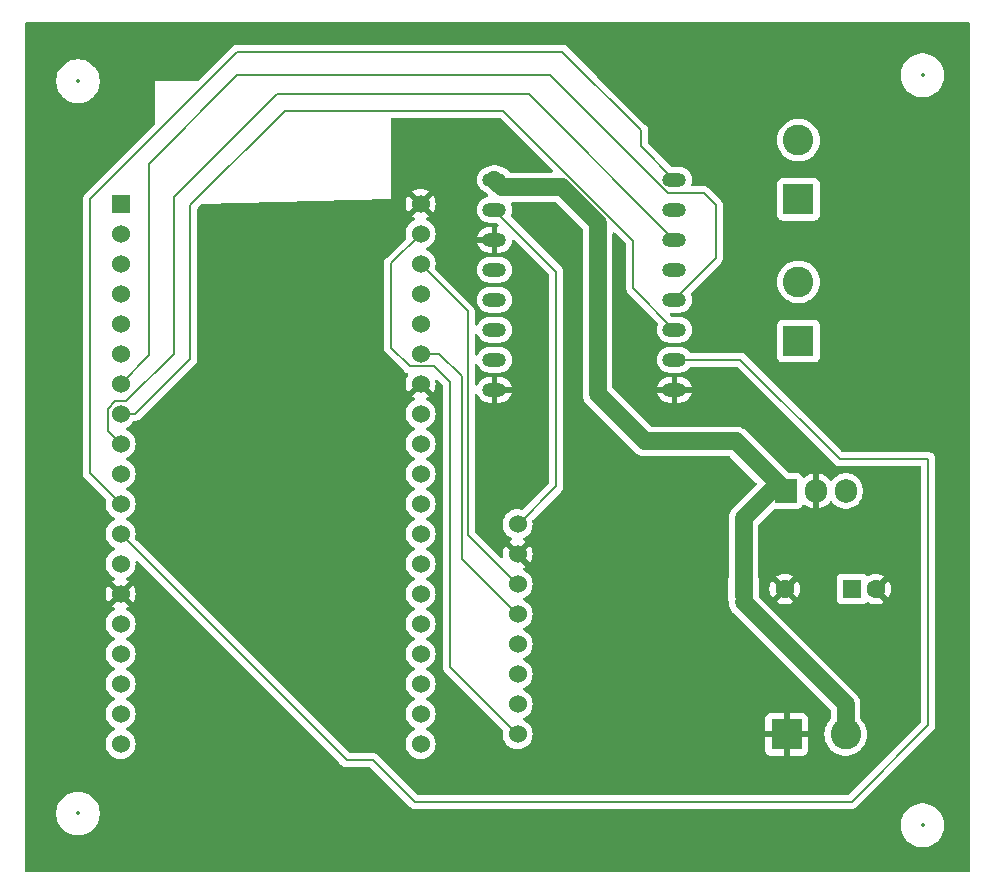
<source format=gbl>
%TF.GenerationSoftware,KiCad,Pcbnew,8.0.1*%
%TF.CreationDate,2024-04-26T22:18:18+02:00*%
%TF.ProjectId,Practica1,50726163-7469-4636-9131-2e6b69636164,rev?*%
%TF.SameCoordinates,Original*%
%TF.FileFunction,Copper,L2,Bot*%
%TF.FilePolarity,Positive*%
%FSLAX46Y46*%
G04 Gerber Fmt 4.6, Leading zero omitted, Abs format (unit mm)*
G04 Created by KiCad (PCBNEW 8.0.1) date 2024-04-26 22:18:18*
%MOMM*%
%LPD*%
G01*
G04 APERTURE LIST*
%TA.AperFunction,ComponentPad*%
%ADD10R,1.600000X1.600000*%
%TD*%
%TA.AperFunction,ComponentPad*%
%ADD11C,1.600000*%
%TD*%
%TA.AperFunction,ComponentPad*%
%ADD12R,2.600000X2.600000*%
%TD*%
%TA.AperFunction,ComponentPad*%
%ADD13C,2.600000*%
%TD*%
%TA.AperFunction,ComponentPad*%
%ADD14O,2.000000X1.200000*%
%TD*%
%TA.AperFunction,ComponentPad*%
%ADD15R,1.530000X1.530000*%
%TD*%
%TA.AperFunction,ComponentPad*%
%ADD16C,1.530000*%
%TD*%
%TA.AperFunction,ComponentPad*%
%ADD17R,1.905000X2.000000*%
%TD*%
%TA.AperFunction,ComponentPad*%
%ADD18O,1.905000X2.000000*%
%TD*%
%TA.AperFunction,ViaPad*%
%ADD19C,0.600000*%
%TD*%
%TA.AperFunction,Conductor*%
%ADD20C,1.500000*%
%TD*%
%TA.AperFunction,Conductor*%
%ADD21C,0.400000*%
%TD*%
%TA.AperFunction,Conductor*%
%ADD22C,0.200000*%
%TD*%
%ADD23C,0.300000*%
%ADD24C,0.350000*%
G04 APERTURE END LIST*
D10*
%TO.P,C4,1*%
%TO.N,+5V*%
X127044900Y-96500000D03*
D11*
%TO.P,C4,2*%
%TO.N,GND*%
X129044900Y-96500000D03*
%TD*%
D12*
%TO.P,J3,1,Pin_1*%
%TO.N,DirB MotorB*%
X122500000Y-75500000D03*
D13*
%TO.P,J3,2,Pin_2*%
%TO.N,DirA MotorB*%
X122500000Y-70500000D03*
%TD*%
D14*
%TO.P,IC1,1,VM1*%
%TO.N,+9V*%
X96760000Y-61840000D03*
%TO.P,IC1,2,VCC*%
%TO.N,+3.3V*%
X96760000Y-64380000D03*
%TO.P,IC1,3,GND*%
%TO.N,GND*%
X96760000Y-66920000D03*
%TO.P,IC1,4,AO1*%
%TO.N,DirA MotorA*%
X96760000Y-69460000D03*
%TO.P,IC1,5,AO2*%
%TO.N,DirB MotorA*%
X96760000Y-72000000D03*
%TO.P,IC1,6,BO1*%
%TO.N,DirA MotorB*%
X96760000Y-74540000D03*
%TO.P,IC1,7,BO2*%
%TO.N,DirB MotorB*%
X96760000Y-77080000D03*
%TO.P,IC1,8,GND*%
%TO.N,GND*%
X96760000Y-79620000D03*
%TO.P,IC1,9,GND*%
X112000000Y-79620000D03*
%TO.P,IC1,10,PWMB*%
%TO.N,Enable B*%
X112000000Y-77080000D03*
%TO.P,IC1,11,BIN2*%
%TO.N,Derecha B*%
X112000000Y-74540000D03*
%TO.P,IC1,12,BIN1*%
%TO.N,Izquierda B*%
X112000000Y-72000000D03*
%TO.P,IC1,13,STBY*%
%TO.N,unconnected-(IC1-STBY-Pad13)*%
X112000000Y-69460000D03*
%TO.P,IC1,14,AIN2*%
%TO.N,Izquierda A*%
X112000000Y-66920000D03*
%TO.P,IC1,15,AIN1*%
%TO.N,Derecha A*%
X112000000Y-64380000D03*
%TO.P,IC1,16,PWMA*%
%TO.N,Enable A*%
X112000000Y-61840000D03*
%TD*%
D12*
%TO.P,J1,1,Pin_1*%
%TO.N,GND*%
X121500000Y-108805000D03*
D13*
%TO.P,J1,2,Pin_2*%
%TO.N,+9V*%
X126500000Y-108805000D03*
%TD*%
D15*
%TO.P,U2,1,3V3*%
%TO.N,+3.3V*%
X65100000Y-63880000D03*
D16*
%TO.P,U2,2,EN*%
%TO.N,unconnected-(U2-EN-Pad2)*%
X65100000Y-66420000D03*
%TO.P,U2,3,SENSOR_VP*%
%TO.N,unconnected-(U2-SENSOR_VP-Pad3)*%
X65100000Y-68960000D03*
%TO.P,U2,4,SENSOR_VN*%
%TO.N,unconnected-(U2-SENSOR_VN-Pad4)*%
X65100000Y-71500000D03*
%TO.P,U2,5,IO34*%
%TO.N,unconnected-(U2-IO34-Pad5)*%
X65100000Y-74040000D03*
%TO.P,U2,6,IO35*%
%TO.N,unconnected-(U2-IO35-Pad6)*%
X65100000Y-76580000D03*
%TO.P,U2,7,IO32*%
%TO.N,Izquierda B*%
X65100000Y-79120000D03*
%TO.P,U2,8,IO33*%
%TO.N,Derecha B*%
X65100000Y-81660000D03*
%TO.P,U2,9,IO25*%
%TO.N,Izquierda A*%
X65100000Y-84200000D03*
%TO.P,U2,10,IO26*%
%TO.N,Derecha A*%
X65100000Y-86740000D03*
%TO.P,U2,11,IO27*%
%TO.N,Enable A*%
X65100000Y-89280000D03*
%TO.P,U2,12,IO14*%
%TO.N,Enable B*%
X65100000Y-91820000D03*
%TO.P,U2,13,IO12*%
%TO.N,unconnected-(U2-IO12-Pad13)*%
X65100000Y-94360000D03*
%TO.P,U2,14,GND1*%
%TO.N,GND*%
X65100000Y-96900000D03*
%TO.P,U2,15,IO13*%
%TO.N,unconnected-(U2-IO13-Pad15)*%
X65100000Y-99440000D03*
%TO.P,U2,16,SD2*%
%TO.N,unconnected-(U2-SD2-Pad16)*%
X65100000Y-101980000D03*
%TO.P,U2,17,SD3*%
%TO.N,unconnected-(U2-SD3-Pad17)*%
X65100000Y-104520000D03*
%TO.P,U2,18,CMD*%
%TO.N,unconnected-(U2-CMD-Pad18)*%
X65100000Y-107060000D03*
%TO.P,U2,19,EXT_5V*%
%TO.N,+5V*%
X65100000Y-109600000D03*
%TO.P,U2,20,CLK*%
%TO.N,unconnected-(U2-CLK-Pad20)*%
X90500000Y-109600000D03*
%TO.P,U2,21,SD0*%
%TO.N,unconnected-(U2-SD0-Pad21)*%
X90500000Y-107060000D03*
%TO.P,U2,22,SD1*%
%TO.N,unconnected-(U2-SD1-Pad22)*%
X90500000Y-104520000D03*
%TO.P,U2,23,IO15*%
%TO.N,unconnected-(U2-IO15-Pad23)*%
X90500000Y-101980000D03*
%TO.P,U2,24,IO2*%
%TO.N,unconnected-(U2-IO2-Pad24)*%
X90500000Y-99440000D03*
%TO.P,U2,25,IO0*%
%TO.N,unconnected-(U2-IO0-Pad25)*%
X90500000Y-96900000D03*
%TO.P,U2,26,IO4*%
%TO.N,unconnected-(U2-IO4-Pad26)*%
X90500000Y-94360000D03*
%TO.P,U2,27,IO16*%
%TO.N,unconnected-(U2-IO16-Pad27)*%
X90500000Y-91820000D03*
%TO.P,U2,28,IO17*%
%TO.N,unconnected-(U2-IO17-Pad28)*%
X90500000Y-89280000D03*
%TO.P,U2,29,IO5*%
%TO.N,unconnected-(U2-IO5-Pad29)*%
X90500000Y-86740000D03*
%TO.P,U2,30,IO18*%
%TO.N,unconnected-(U2-IO18-Pad30)*%
X90500000Y-84200000D03*
%TO.P,U2,31,IO19*%
%TO.N,unconnected-(U2-IO19-Pad31)*%
X90500000Y-81660000D03*
%TO.P,U2,32,GND2*%
%TO.N,GND*%
X90500000Y-79120000D03*
%TO.P,U2,33,IO21*%
%TO.N,SDA*%
X90500000Y-76580000D03*
%TO.P,U2,34,RXD0*%
%TO.N,unconnected-(U2-RXD0-Pad34)*%
X90500000Y-74040000D03*
%TO.P,U2,35,TXD0*%
%TO.N,unconnected-(U2-TXD0-Pad35)*%
X90500000Y-71500000D03*
%TO.P,U2,36,IO22*%
%TO.N,SCL*%
X90500000Y-68960000D03*
%TO.P,U2,37,IO23*%
%TO.N,D4*%
X90500000Y-66420000D03*
%TO.P,U2,38,GND3*%
%TO.N,GND*%
X90500000Y-63880000D03*
%TD*%
%TO.P,U5,1,VDD*%
%TO.N,+3.3V*%
X98713500Y-91000000D03*
%TO.P,U5,2,GND*%
%TO.N,GND*%
X98713500Y-93540000D03*
%TO.P,U5,3,SCL*%
%TO.N,SCL*%
X98713500Y-96080000D03*
%TO.P,U5,4,SDA*%
%TO.N,SDA*%
X98713500Y-98620000D03*
%TO.P,U5,5,AUX_DA*%
%TO.N,unconnected-(U5-AUX_DA-Pad5)*%
X98713500Y-101160000D03*
%TO.P,U5,6,AUX_CL*%
%TO.N,unconnected-(U5-AUX_CL-Pad6)*%
X98713500Y-103700000D03*
%TO.P,U5,7,AD0*%
%TO.N,unconnected-(U5-AD0-Pad7)*%
X98713500Y-106240000D03*
%TO.P,U5,8,INT*%
%TO.N,D4*%
X98713500Y-108780000D03*
%TD*%
D17*
%TO.P,U4,1,IN*%
%TO.N,+9V*%
X121420000Y-88195000D03*
D18*
%TO.P,U4,2,GND*%
%TO.N,GND*%
X123960000Y-88195000D03*
%TO.P,U4,3,OUT*%
%TO.N,+5V*%
X126500000Y-88195000D03*
%TD*%
D10*
%TO.P,C3,1*%
%TO.N,+9V*%
X117847300Y-96500000D03*
D11*
%TO.P,C3,2*%
%TO.N,GND*%
X121347300Y-96500000D03*
%TD*%
D12*
%TO.P,J2,1,Pin_1*%
%TO.N,DirB MotorA*%
X122500000Y-63500000D03*
D13*
%TO.P,J2,2,Pin_2*%
%TO.N,DirA MotorA*%
X122500000Y-58500000D03*
%TD*%
D19*
%TO.N,GND*%
X76000000Y-80500000D03*
%TD*%
D20*
%TO.N,+9V*%
X105500000Y-65500000D02*
X105500000Y-80000000D01*
X105500000Y-80000000D02*
X109500000Y-84000000D01*
D21*
X121420000Y-88195000D02*
X120167400Y-88195000D01*
D20*
X96760000Y-61880000D02*
X97380000Y-62500000D01*
D21*
X117847300Y-96500000D02*
X117847300Y-97600100D01*
D20*
X120167400Y-88195000D02*
X117847300Y-90515100D01*
X126500000Y-106252800D02*
X126500000Y-108805000D01*
X102500000Y-62500000D02*
X105500000Y-65500000D01*
X117847300Y-97600100D02*
X126500000Y-106252800D01*
X97380000Y-62500000D02*
X102500000Y-62500000D01*
X117847300Y-90515100D02*
X117847300Y-96500000D01*
X117225000Y-84000000D02*
X121420000Y-88195000D01*
X109500000Y-84000000D02*
X117225000Y-84000000D01*
D22*
%TO.N,+5V*%
X127044900Y-96977400D02*
X127044900Y-96500000D01*
X127045000Y-96977500D02*
X127044900Y-96977400D01*
X127045000Y-96977500D02*
X127045000Y-96500000D01*
%TO.N,Derecha A*%
X112000000Y-64420000D02*
X112000000Y-64110050D01*
%TO.N,Enable A*%
X62500000Y-63500000D02*
X75000000Y-51000000D01*
X75000000Y-51000000D02*
X102500000Y-51000000D01*
X109160000Y-57660000D02*
X109160000Y-59000000D01*
X109160000Y-59000000D02*
X112000000Y-61840000D01*
X62500000Y-86680000D02*
X62500000Y-63500000D01*
X65100000Y-89280000D02*
X62500000Y-86680000D01*
X102500000Y-51000000D02*
X109160000Y-57660000D01*
%TO.N,+3.3V*%
X102000000Y-69660000D02*
X102000000Y-87760000D01*
X96760000Y-64420000D02*
X102000000Y-69660000D01*
X102000000Y-87760000D02*
X98713500Y-91046500D01*
%TO.N,Enable B*%
X133500000Y-108000000D02*
X133500000Y-85500000D01*
X84280000Y-111000000D02*
X86500000Y-111000000D01*
X126000000Y-85500000D02*
X117580000Y-77080000D01*
X90000000Y-114500000D02*
X127000000Y-114500000D01*
X86500000Y-111000000D02*
X90000000Y-114500000D01*
X117580000Y-77080000D02*
X112000000Y-77080000D01*
X65100000Y-91820000D02*
X84280000Y-111000000D01*
X133500000Y-85500000D02*
X126000000Y-85500000D01*
X127000000Y-114500000D02*
X133500000Y-108000000D01*
%TO.N,Izquierda A*%
X99680000Y-54600000D02*
X112000000Y-66920000D01*
X78334315Y-54600000D02*
X99680000Y-54600000D01*
X65599314Y-80595000D02*
X69600000Y-76594314D01*
X64658862Y-80595000D02*
X65599314Y-80595000D01*
X64035000Y-83135000D02*
X64035000Y-81218862D01*
X69600000Y-76594314D02*
X69600000Y-63334314D01*
X64035000Y-81218862D02*
X64658862Y-80595000D01*
X65100000Y-84200000D02*
X64035000Y-83135000D01*
X69600000Y-63334314D02*
X78334315Y-54600000D01*
%TO.N,Derecha B*%
X66340000Y-81660000D02*
X71000000Y-77000000D01*
X108500000Y-67015076D02*
X108500000Y-71040000D01*
X108500000Y-71040000D02*
X112000000Y-74540000D01*
X97484924Y-56000000D02*
X108500000Y-67015076D01*
X71000000Y-64000000D02*
X79000000Y-56000000D01*
X79000000Y-56000000D02*
X97484924Y-56000000D01*
X71000000Y-77000000D02*
X71000000Y-64000000D01*
X65100000Y-81660000D02*
X66340000Y-81660000D01*
%TO.N,Izquierda B*%
X115500000Y-64000000D02*
X115500000Y-68500000D01*
X101487208Y-53000000D02*
X111487208Y-63000000D01*
X114500000Y-63000000D02*
X115500000Y-64000000D01*
X111487208Y-63000000D02*
X114500000Y-63000000D01*
X67500000Y-76720000D02*
X67500000Y-60500000D01*
X65100000Y-79120000D02*
X67500000Y-76720000D01*
X75000000Y-53000000D02*
X101487208Y-53000000D01*
X115500000Y-68500000D02*
X112000000Y-72000000D01*
X67500000Y-60500000D02*
X75000000Y-53000000D01*
%TO.N,SCL*%
X94500000Y-91913000D02*
X98713500Y-96126500D01*
X90500000Y-68960000D02*
X90500000Y-69000000D01*
X94500000Y-73000000D02*
X94500000Y-91913000D01*
X90500000Y-69000000D02*
X94500000Y-73000000D01*
%TO.N,D4*%
X88000000Y-76055600D02*
X89589400Y-77645000D01*
X89589400Y-77645000D02*
X91645000Y-77645000D01*
X90500000Y-66420000D02*
X88000000Y-68920000D01*
X91645000Y-77645000D02*
X93000000Y-79000000D01*
X88000000Y-68920000D02*
X88000000Y-76055600D01*
X93000000Y-103113000D02*
X98713500Y-108826500D01*
X93000000Y-79000000D02*
X93000000Y-103113000D01*
%TO.N,SDA*%
X90500000Y-76580000D02*
X92080000Y-76580000D01*
X94000000Y-78500000D02*
X94000000Y-93953000D01*
X92080000Y-76580000D02*
X94000000Y-78500000D01*
X94000000Y-93953000D02*
X98713500Y-98666500D01*
%TD*%
%TA.AperFunction,Conductor*%
%TO.N,GND*%
G36*
X136942539Y-48520185D02*
G01*
X136988294Y-48572989D01*
X136999500Y-48624500D01*
X136999500Y-120375500D01*
X136979815Y-120442539D01*
X136927011Y-120488294D01*
X136875500Y-120499500D01*
X57124500Y-120499500D01*
X57057461Y-120479815D01*
X57011706Y-120427011D01*
X57000500Y-120375500D01*
X57000500Y-115621288D01*
X59649500Y-115621288D01*
X59681161Y-115861785D01*
X59743947Y-116096104D01*
X59761390Y-116138214D01*
X59836776Y-116320212D01*
X59958064Y-116530289D01*
X59958066Y-116530292D01*
X59958067Y-116530293D01*
X60105733Y-116722736D01*
X60105739Y-116722743D01*
X60277256Y-116894260D01*
X60277262Y-116894265D01*
X60469711Y-117041936D01*
X60679788Y-117163224D01*
X60903900Y-117256054D01*
X61138211Y-117318838D01*
X61318586Y-117342584D01*
X61378711Y-117350500D01*
X61378712Y-117350500D01*
X61621289Y-117350500D01*
X61669388Y-117344167D01*
X61861789Y-117318838D01*
X62096100Y-117256054D01*
X62320212Y-117163224D01*
X62530289Y-117041936D01*
X62722738Y-116894265D01*
X62894265Y-116722738D01*
X62972110Y-116621288D01*
X131149500Y-116621288D01*
X131181161Y-116861785D01*
X131243947Y-117096104D01*
X131271750Y-117163226D01*
X131336776Y-117320212D01*
X131458064Y-117530289D01*
X131458066Y-117530292D01*
X131458067Y-117530293D01*
X131605733Y-117722736D01*
X131605739Y-117722743D01*
X131777256Y-117894260D01*
X131777262Y-117894265D01*
X131969711Y-118041936D01*
X132179788Y-118163224D01*
X132403900Y-118256054D01*
X132638211Y-118318838D01*
X132818586Y-118342584D01*
X132878711Y-118350500D01*
X132878712Y-118350500D01*
X133121289Y-118350500D01*
X133169388Y-118344167D01*
X133361789Y-118318838D01*
X133596100Y-118256054D01*
X133820212Y-118163224D01*
X134030289Y-118041936D01*
X134222738Y-117894265D01*
X134394265Y-117722738D01*
X134541936Y-117530289D01*
X134663224Y-117320212D01*
X134756054Y-117096100D01*
X134818838Y-116861789D01*
X134850500Y-116621288D01*
X134850500Y-116378712D01*
X134818838Y-116138211D01*
X134756054Y-115903900D01*
X134663224Y-115679788D01*
X134541936Y-115469711D01*
X134394265Y-115277262D01*
X134394260Y-115277256D01*
X134222743Y-115105739D01*
X134222736Y-115105733D01*
X134030293Y-114958067D01*
X134030292Y-114958066D01*
X134030289Y-114958064D01*
X133820212Y-114836776D01*
X133820205Y-114836773D01*
X133596104Y-114743947D01*
X133361785Y-114681161D01*
X133121289Y-114649500D01*
X133121288Y-114649500D01*
X132878712Y-114649500D01*
X132878711Y-114649500D01*
X132638214Y-114681161D01*
X132403895Y-114743947D01*
X132179794Y-114836773D01*
X132179785Y-114836777D01*
X131969706Y-114958067D01*
X131777263Y-115105733D01*
X131777256Y-115105739D01*
X131605739Y-115277256D01*
X131605733Y-115277263D01*
X131458067Y-115469706D01*
X131336777Y-115679785D01*
X131336773Y-115679794D01*
X131243947Y-115903895D01*
X131181161Y-116138214D01*
X131149500Y-116378711D01*
X131149500Y-116621288D01*
X62972110Y-116621288D01*
X63041936Y-116530289D01*
X63163224Y-116320212D01*
X63256054Y-116096100D01*
X63318838Y-115861789D01*
X63350500Y-115621288D01*
X63350500Y-115378712D01*
X63318838Y-115138211D01*
X63256054Y-114903900D01*
X63163224Y-114679788D01*
X63041936Y-114469711D01*
X62894265Y-114277262D01*
X62894260Y-114277256D01*
X62722743Y-114105739D01*
X62722736Y-114105733D01*
X62530293Y-113958067D01*
X62530292Y-113958066D01*
X62530289Y-113958064D01*
X62320212Y-113836776D01*
X62320205Y-113836773D01*
X62096104Y-113743947D01*
X61861785Y-113681161D01*
X61621289Y-113649500D01*
X61621288Y-113649500D01*
X61378712Y-113649500D01*
X61378711Y-113649500D01*
X61138214Y-113681161D01*
X60903895Y-113743947D01*
X60679794Y-113836773D01*
X60679785Y-113836777D01*
X60469706Y-113958067D01*
X60277263Y-114105733D01*
X60277256Y-114105739D01*
X60105739Y-114277256D01*
X60105733Y-114277263D01*
X59958067Y-114469706D01*
X59836777Y-114679785D01*
X59836773Y-114679794D01*
X59743947Y-114903895D01*
X59681161Y-115138214D01*
X59649500Y-115378711D01*
X59649500Y-115621288D01*
X57000500Y-115621288D01*
X57000500Y-86759054D01*
X61899498Y-86759054D01*
X61940424Y-86911789D01*
X61940425Y-86911790D01*
X61959310Y-86944499D01*
X61959311Y-86944500D01*
X62019477Y-87048712D01*
X62019481Y-87048717D01*
X62138349Y-87167585D01*
X62138355Y-87167590D01*
X63836635Y-88865870D01*
X63870120Y-88927193D01*
X63868729Y-88985643D01*
X63848967Y-89059400D01*
X63848964Y-89059414D01*
X63829666Y-89279998D01*
X63829666Y-89280001D01*
X63848964Y-89500585D01*
X63848965Y-89500592D01*
X63906275Y-89714475D01*
X63906279Y-89714486D01*
X63973991Y-89859695D01*
X63999858Y-89915167D01*
X64126868Y-90096555D01*
X64283445Y-90253132D01*
X64464833Y-90380142D01*
X64526828Y-90409050D01*
X64588091Y-90437618D01*
X64640531Y-90483790D01*
X64659683Y-90550983D01*
X64639467Y-90617865D01*
X64588091Y-90662382D01*
X64464836Y-90719856D01*
X64464834Y-90719857D01*
X64283444Y-90846868D01*
X64126868Y-91003444D01*
X63999857Y-91184834D01*
X63999856Y-91184836D01*
X63906279Y-91385513D01*
X63906275Y-91385524D01*
X63848965Y-91599407D01*
X63848964Y-91599414D01*
X63829666Y-91819998D01*
X63829666Y-91820001D01*
X63848964Y-92040585D01*
X63848965Y-92040592D01*
X63906275Y-92254475D01*
X63906279Y-92254486D01*
X63945287Y-92338139D01*
X63999858Y-92455167D01*
X64126868Y-92636555D01*
X64283445Y-92793132D01*
X64464833Y-92920142D01*
X64526828Y-92949050D01*
X64588091Y-92977618D01*
X64640531Y-93023790D01*
X64659683Y-93090983D01*
X64639467Y-93157865D01*
X64588091Y-93202382D01*
X64464836Y-93259856D01*
X64464834Y-93259857D01*
X64283444Y-93386868D01*
X64126868Y-93543444D01*
X63999857Y-93724834D01*
X63999856Y-93724836D01*
X63906279Y-93925513D01*
X63906275Y-93925524D01*
X63848965Y-94139407D01*
X63848964Y-94139414D01*
X63829666Y-94359998D01*
X63829666Y-94360001D01*
X63848964Y-94580585D01*
X63848965Y-94580592D01*
X63906275Y-94794475D01*
X63906279Y-94794486D01*
X63949082Y-94886277D01*
X63999858Y-94995167D01*
X64126868Y-95176555D01*
X64283445Y-95333132D01*
X64464833Y-95460142D01*
X64588682Y-95517893D01*
X64641122Y-95564065D01*
X64660274Y-95631258D01*
X64640059Y-95698139D01*
X64588683Y-95742657D01*
X64465084Y-95800293D01*
X64399657Y-95846104D01*
X64962424Y-96408871D01*
X64903147Y-96424755D01*
X64786853Y-96491898D01*
X64691898Y-96586853D01*
X64624755Y-96703147D01*
X64608871Y-96762424D01*
X64046104Y-96199657D01*
X64000293Y-96265084D01*
X63906749Y-96465690D01*
X63906745Y-96465699D01*
X63849461Y-96679490D01*
X63849459Y-96679500D01*
X63830168Y-96899999D01*
X63830168Y-96900000D01*
X63849459Y-97120499D01*
X63849461Y-97120509D01*
X63906745Y-97334300D01*
X63906749Y-97334309D01*
X64000295Y-97534919D01*
X64046103Y-97600341D01*
X64046105Y-97600342D01*
X64608871Y-97037575D01*
X64624755Y-97096853D01*
X64691898Y-97213147D01*
X64786853Y-97308102D01*
X64903147Y-97375245D01*
X64962424Y-97391128D01*
X64399656Y-97953894D01*
X64465083Y-97999706D01*
X64465085Y-97999707D01*
X64588683Y-98057342D01*
X64641122Y-98103514D01*
X64660274Y-98170708D01*
X64640058Y-98237589D01*
X64588683Y-98282106D01*
X64464833Y-98339857D01*
X64283444Y-98466868D01*
X64126868Y-98623444D01*
X63999857Y-98804834D01*
X63999856Y-98804836D01*
X63906279Y-99005513D01*
X63906275Y-99005524D01*
X63848965Y-99219407D01*
X63848964Y-99219414D01*
X63829666Y-99439998D01*
X63829666Y-99440001D01*
X63848964Y-99660585D01*
X63848965Y-99660592D01*
X63906275Y-99874475D01*
X63906279Y-99874486D01*
X63949082Y-99966277D01*
X63999858Y-100075167D01*
X64126868Y-100256555D01*
X64283445Y-100413132D01*
X64464833Y-100540142D01*
X64526828Y-100569050D01*
X64588091Y-100597618D01*
X64640531Y-100643790D01*
X64659683Y-100710983D01*
X64639467Y-100777865D01*
X64588091Y-100822382D01*
X64464836Y-100879856D01*
X64464834Y-100879857D01*
X64283444Y-101006868D01*
X64126868Y-101163444D01*
X63999857Y-101344834D01*
X63999856Y-101344836D01*
X63906279Y-101545513D01*
X63906275Y-101545524D01*
X63848965Y-101759407D01*
X63848964Y-101759414D01*
X63829666Y-101979998D01*
X63829666Y-101980001D01*
X63848964Y-102200585D01*
X63848965Y-102200592D01*
X63906275Y-102414475D01*
X63906279Y-102414486D01*
X63949082Y-102506277D01*
X63999858Y-102615167D01*
X64126868Y-102796555D01*
X64283445Y-102953132D01*
X64464833Y-103080142D01*
X64526828Y-103109050D01*
X64588091Y-103137618D01*
X64640531Y-103183790D01*
X64659683Y-103250983D01*
X64639467Y-103317865D01*
X64588091Y-103362382D01*
X64464836Y-103419856D01*
X64464834Y-103419857D01*
X64283444Y-103546868D01*
X64126868Y-103703444D01*
X63999857Y-103884834D01*
X63999856Y-103884836D01*
X63906279Y-104085513D01*
X63906275Y-104085524D01*
X63848965Y-104299407D01*
X63848964Y-104299414D01*
X63829666Y-104519998D01*
X63829666Y-104520001D01*
X63848964Y-104740585D01*
X63848965Y-104740592D01*
X63906275Y-104954475D01*
X63906279Y-104954486D01*
X63949082Y-105046277D01*
X63999858Y-105155167D01*
X64126868Y-105336555D01*
X64283445Y-105493132D01*
X64464833Y-105620142D01*
X64526828Y-105649050D01*
X64588091Y-105677618D01*
X64640531Y-105723790D01*
X64659683Y-105790983D01*
X64639467Y-105857865D01*
X64588091Y-105902382D01*
X64464836Y-105959856D01*
X64464834Y-105959857D01*
X64283444Y-106086868D01*
X64126868Y-106243444D01*
X63999857Y-106424834D01*
X63999856Y-106424836D01*
X63906279Y-106625513D01*
X63906275Y-106625524D01*
X63848965Y-106839407D01*
X63848964Y-106839414D01*
X63829666Y-107059998D01*
X63829666Y-107060001D01*
X63848964Y-107280585D01*
X63848965Y-107280592D01*
X63906275Y-107494475D01*
X63906279Y-107494486D01*
X63949082Y-107586277D01*
X63999858Y-107695167D01*
X64126868Y-107876555D01*
X64283445Y-108033132D01*
X64464833Y-108160142D01*
X64507374Y-108179979D01*
X64588091Y-108217618D01*
X64640531Y-108263790D01*
X64659683Y-108330983D01*
X64639467Y-108397865D01*
X64588091Y-108442382D01*
X64464836Y-108499856D01*
X64464834Y-108499857D01*
X64283444Y-108626868D01*
X64126868Y-108783444D01*
X63999857Y-108964834D01*
X63999856Y-108964836D01*
X63906279Y-109165513D01*
X63906275Y-109165524D01*
X63848965Y-109379407D01*
X63848964Y-109379414D01*
X63829666Y-109599998D01*
X63829666Y-109600001D01*
X63848964Y-109820585D01*
X63848965Y-109820592D01*
X63906275Y-110034475D01*
X63906279Y-110034486D01*
X63989232Y-110212379D01*
X63999858Y-110235167D01*
X64126868Y-110416555D01*
X64283445Y-110573132D01*
X64464833Y-110700142D01*
X64585572Y-110756443D01*
X64665513Y-110793720D01*
X64665515Y-110793720D01*
X64665520Y-110793723D01*
X64879409Y-110851035D01*
X65036974Y-110864820D01*
X65099998Y-110870334D01*
X65100000Y-110870334D01*
X65100002Y-110870334D01*
X65155147Y-110865509D01*
X65320591Y-110851035D01*
X65534480Y-110793723D01*
X65735167Y-110700142D01*
X65916555Y-110573132D01*
X66073132Y-110416555D01*
X66200142Y-110235167D01*
X66293723Y-110034480D01*
X66351035Y-109820591D01*
X66370334Y-109600000D01*
X66351035Y-109379409D01*
X66293723Y-109165520D01*
X66269181Y-109112890D01*
X66242187Y-109055000D01*
X66200142Y-108964833D01*
X66073132Y-108783445D01*
X65916555Y-108626868D01*
X65735167Y-108499858D01*
X65611907Y-108442381D01*
X65559468Y-108396210D01*
X65540316Y-108329017D01*
X65560531Y-108262136D01*
X65611908Y-108217618D01*
X65735167Y-108160142D01*
X65916555Y-108033132D01*
X66073132Y-107876555D01*
X66200142Y-107695167D01*
X66293723Y-107494480D01*
X66351035Y-107280591D01*
X66370334Y-107060000D01*
X66351035Y-106839409D01*
X66293723Y-106625520D01*
X66200142Y-106424833D01*
X66073132Y-106243445D01*
X65916555Y-106086868D01*
X65735167Y-105959858D01*
X65611907Y-105902381D01*
X65559468Y-105856210D01*
X65540316Y-105789017D01*
X65560531Y-105722136D01*
X65611908Y-105677618D01*
X65735167Y-105620142D01*
X65916555Y-105493132D01*
X66073132Y-105336555D01*
X66200142Y-105155167D01*
X66293723Y-104954480D01*
X66351035Y-104740591D01*
X66370334Y-104520000D01*
X66351035Y-104299409D01*
X66293723Y-104085520D01*
X66200142Y-103884833D01*
X66073132Y-103703445D01*
X65916555Y-103546868D01*
X65735167Y-103419858D01*
X65681652Y-103394904D01*
X65611908Y-103362382D01*
X65559468Y-103316210D01*
X65540316Y-103249017D01*
X65560531Y-103182136D01*
X65611908Y-103137618D01*
X65735167Y-103080142D01*
X65916555Y-102953132D01*
X66073132Y-102796555D01*
X66200142Y-102615167D01*
X66293723Y-102414480D01*
X66351035Y-102200591D01*
X66370334Y-101980000D01*
X66351035Y-101759409D01*
X66293723Y-101545520D01*
X66200142Y-101344833D01*
X66073132Y-101163445D01*
X65916555Y-101006868D01*
X65735167Y-100879858D01*
X65611907Y-100822381D01*
X65559468Y-100776210D01*
X65540316Y-100709017D01*
X65560531Y-100642136D01*
X65611908Y-100597618D01*
X65735167Y-100540142D01*
X65916555Y-100413132D01*
X66073132Y-100256555D01*
X66200142Y-100075167D01*
X66293723Y-99874480D01*
X66351035Y-99660591D01*
X66370334Y-99440000D01*
X66351035Y-99219409D01*
X66293723Y-99005520D01*
X66200142Y-98804833D01*
X66073132Y-98623445D01*
X65916555Y-98466868D01*
X65735167Y-98339858D01*
X65735163Y-98339856D01*
X65611317Y-98282106D01*
X65558877Y-98235934D01*
X65539725Y-98168741D01*
X65559941Y-98101859D01*
X65611317Y-98057342D01*
X65734912Y-97999708D01*
X65734914Y-97999707D01*
X65800342Y-97953894D01*
X65237575Y-97391127D01*
X65296853Y-97375245D01*
X65413147Y-97308102D01*
X65508102Y-97213147D01*
X65575245Y-97096853D01*
X65591128Y-97037575D01*
X66153894Y-97600342D01*
X66199706Y-97534915D01*
X66293250Y-97334309D01*
X66293254Y-97334300D01*
X66350538Y-97120509D01*
X66350540Y-97120499D01*
X66369832Y-96900000D01*
X66369832Y-96899999D01*
X66350540Y-96679500D01*
X66350538Y-96679490D01*
X66293254Y-96465699D01*
X66293250Y-96465690D01*
X66199707Y-96265085D01*
X66199706Y-96265083D01*
X66153894Y-96199657D01*
X66153894Y-96199656D01*
X65591127Y-96762423D01*
X65575245Y-96703147D01*
X65508102Y-96586853D01*
X65413147Y-96491898D01*
X65296853Y-96424755D01*
X65237575Y-96408872D01*
X65800342Y-95846105D01*
X65800341Y-95846103D01*
X65734919Y-95800295D01*
X65611316Y-95742657D01*
X65558877Y-95696484D01*
X65539725Y-95629291D01*
X65559941Y-95562410D01*
X65611312Y-95517895D01*
X65735167Y-95460142D01*
X65916555Y-95333132D01*
X66073132Y-95176555D01*
X66200142Y-94995167D01*
X66293723Y-94794480D01*
X66351035Y-94580591D01*
X66370334Y-94360000D01*
X66359717Y-94238648D01*
X66373483Y-94170150D01*
X66422099Y-94119967D01*
X66490127Y-94104033D01*
X66555971Y-94127408D01*
X66570926Y-94140161D01*
X83795139Y-111364374D01*
X83795149Y-111364385D01*
X83799479Y-111368715D01*
X83799480Y-111368716D01*
X83911284Y-111480520D01*
X83998095Y-111530639D01*
X83998097Y-111530641D01*
X84036151Y-111552611D01*
X84048215Y-111559577D01*
X84200943Y-111600500D01*
X84359057Y-111600500D01*
X86199903Y-111600500D01*
X86266942Y-111620185D01*
X86287584Y-111636819D01*
X89515139Y-114864374D01*
X89515149Y-114864385D01*
X89519479Y-114868715D01*
X89519480Y-114868716D01*
X89631284Y-114980520D01*
X89631286Y-114980521D01*
X89631290Y-114980524D01*
X89768209Y-115059573D01*
X89768216Y-115059577D01*
X89880019Y-115089534D01*
X89920942Y-115100500D01*
X89920943Y-115100500D01*
X126913331Y-115100500D01*
X126913347Y-115100501D01*
X126920943Y-115100501D01*
X127079054Y-115100501D01*
X127079057Y-115100501D01*
X127231785Y-115059577D01*
X127281904Y-115030639D01*
X127368716Y-114980520D01*
X127480520Y-114868716D01*
X127480520Y-114868714D01*
X127490728Y-114858507D01*
X127490730Y-114858504D01*
X133858506Y-108490728D01*
X133858511Y-108490724D01*
X133868714Y-108480520D01*
X133868716Y-108480520D01*
X133980520Y-108368716D01*
X134046911Y-108253723D01*
X134059577Y-108231785D01*
X134100500Y-108079057D01*
X134100500Y-107920943D01*
X134100500Y-85420943D01*
X134059577Y-85268216D01*
X134004681Y-85173132D01*
X133980524Y-85131290D01*
X133980518Y-85131282D01*
X133868717Y-85019481D01*
X133868709Y-85019475D01*
X133731790Y-84940426D01*
X133731786Y-84940424D01*
X133731784Y-84940423D01*
X133579057Y-84899500D01*
X133579056Y-84899500D01*
X126300097Y-84899500D01*
X126233058Y-84879815D01*
X126212416Y-84863181D01*
X118197105Y-76847870D01*
X120699500Y-76847870D01*
X120699501Y-76847876D01*
X120705908Y-76907483D01*
X120756202Y-77042328D01*
X120756206Y-77042335D01*
X120842452Y-77157544D01*
X120842455Y-77157547D01*
X120957664Y-77243793D01*
X120957671Y-77243797D01*
X121092517Y-77294091D01*
X121092516Y-77294091D01*
X121099444Y-77294835D01*
X121152127Y-77300500D01*
X123847872Y-77300499D01*
X123907483Y-77294091D01*
X124042331Y-77243796D01*
X124157546Y-77157546D01*
X124243796Y-77042331D01*
X124294091Y-76907483D01*
X124300500Y-76847873D01*
X124300499Y-74152128D01*
X124294091Y-74092517D01*
X124274503Y-74040000D01*
X124243797Y-73957671D01*
X124243793Y-73957664D01*
X124157547Y-73842455D01*
X124157544Y-73842452D01*
X124042335Y-73756206D01*
X124042328Y-73756202D01*
X123907482Y-73705908D01*
X123907483Y-73705908D01*
X123847883Y-73699501D01*
X123847881Y-73699500D01*
X123847873Y-73699500D01*
X123847864Y-73699500D01*
X121152129Y-73699500D01*
X121152123Y-73699501D01*
X121092516Y-73705908D01*
X120957671Y-73756202D01*
X120957664Y-73756206D01*
X120842455Y-73842452D01*
X120842452Y-73842455D01*
X120756206Y-73957664D01*
X120756202Y-73957671D01*
X120705908Y-74092517D01*
X120699501Y-74152116D01*
X120699501Y-74152123D01*
X120699500Y-74152135D01*
X120699500Y-76847870D01*
X118197105Y-76847870D01*
X118067590Y-76718355D01*
X118067588Y-76718352D01*
X117948717Y-76599481D01*
X117948716Y-76599480D01*
X117861904Y-76549360D01*
X117861904Y-76549359D01*
X117861900Y-76549358D01*
X117811785Y-76520423D01*
X117659057Y-76479499D01*
X117500943Y-76479499D01*
X117493347Y-76479499D01*
X117493331Y-76479500D01*
X113387185Y-76479500D01*
X113320146Y-76459815D01*
X113286867Y-76428386D01*
X113283910Y-76424316D01*
X113239414Y-76363072D01*
X113116928Y-76240586D01*
X112976788Y-76138768D01*
X112822445Y-76060127D01*
X112657701Y-76006598D01*
X112657699Y-76006597D01*
X112657698Y-76006597D01*
X112526271Y-75985781D01*
X112486611Y-75979500D01*
X111513389Y-75979500D01*
X111473728Y-75985781D01*
X111342302Y-76006597D01*
X111177552Y-76060128D01*
X111023211Y-76138768D01*
X110943256Y-76196859D01*
X110883072Y-76240586D01*
X110883070Y-76240588D01*
X110883069Y-76240588D01*
X110760588Y-76363069D01*
X110760588Y-76363070D01*
X110760586Y-76363072D01*
X110746909Y-76381897D01*
X110658768Y-76503211D01*
X110580128Y-76657552D01*
X110526597Y-76822302D01*
X110499500Y-76993389D01*
X110499500Y-77166610D01*
X110520705Y-77300498D01*
X110526598Y-77337701D01*
X110580127Y-77502445D01*
X110658768Y-77656788D01*
X110760586Y-77796928D01*
X110883072Y-77919414D01*
X111023212Y-78021232D01*
X111177555Y-78099873D01*
X111342299Y-78153402D01*
X111513389Y-78180500D01*
X111513390Y-78180500D01*
X112486610Y-78180500D01*
X112486611Y-78180500D01*
X112657701Y-78153402D01*
X112822445Y-78099873D01*
X112976788Y-78021232D01*
X113116928Y-77919414D01*
X113239414Y-77796928D01*
X113286868Y-77731613D01*
X113342197Y-77688949D01*
X113387185Y-77680500D01*
X117279903Y-77680500D01*
X117346942Y-77700185D01*
X117367584Y-77716819D01*
X125515139Y-85864374D01*
X125515149Y-85864385D01*
X125519479Y-85868715D01*
X125519480Y-85868716D01*
X125631284Y-85980520D01*
X125718095Y-86030639D01*
X125718097Y-86030641D01*
X125768213Y-86059576D01*
X125768215Y-86059577D01*
X125920942Y-86100500D01*
X125920943Y-86100500D01*
X132775500Y-86100500D01*
X132842539Y-86120185D01*
X132888294Y-86172989D01*
X132899500Y-86224500D01*
X132899500Y-107699903D01*
X132879815Y-107766942D01*
X132863181Y-107787584D01*
X126787584Y-113863181D01*
X126726261Y-113896666D01*
X126699903Y-113899500D01*
X90300097Y-113899500D01*
X90233058Y-113879815D01*
X90212416Y-113863181D01*
X86987590Y-110638355D01*
X86987588Y-110638352D01*
X86868717Y-110519481D01*
X86868716Y-110519480D01*
X86781904Y-110469360D01*
X86781904Y-110469359D01*
X86781900Y-110469358D01*
X86731785Y-110440423D01*
X86579057Y-110399499D01*
X86420943Y-110399499D01*
X86413347Y-110399499D01*
X86413331Y-110399500D01*
X84580097Y-110399500D01*
X84513058Y-110379815D01*
X84492416Y-110363181D01*
X66363363Y-92234128D01*
X66329878Y-92172805D01*
X66331270Y-92114351D01*
X66335078Y-92100143D01*
X66351035Y-92040591D01*
X66370334Y-91820000D01*
X66351035Y-91599409D01*
X66293723Y-91385520D01*
X66200142Y-91184833D01*
X66073132Y-91003445D01*
X65916555Y-90846868D01*
X65735167Y-90719858D01*
X65611907Y-90662381D01*
X65559468Y-90616210D01*
X65540316Y-90549017D01*
X65560531Y-90482136D01*
X65611908Y-90437618D01*
X65735167Y-90380142D01*
X65916555Y-90253132D01*
X66073132Y-90096555D01*
X66200142Y-89915167D01*
X66293723Y-89714480D01*
X66351035Y-89500591D01*
X66370334Y-89280000D01*
X66351035Y-89059409D01*
X66293723Y-88845520D01*
X66200142Y-88644833D01*
X66073132Y-88463445D01*
X65916555Y-88306868D01*
X65735167Y-88179858D01*
X65611907Y-88122381D01*
X65559468Y-88076210D01*
X65540316Y-88009017D01*
X65560531Y-87942136D01*
X65611908Y-87897618D01*
X65735167Y-87840142D01*
X65916555Y-87713132D01*
X66073132Y-87556555D01*
X66200142Y-87375167D01*
X66293723Y-87174480D01*
X66351035Y-86960591D01*
X66370334Y-86740000D01*
X66369483Y-86730278D01*
X66351035Y-86519414D01*
X66351035Y-86519409D01*
X66293723Y-86305520D01*
X66200142Y-86104833D01*
X66073132Y-85923445D01*
X65916555Y-85766868D01*
X65735167Y-85639858D01*
X65611907Y-85582381D01*
X65559468Y-85536210D01*
X65540316Y-85469017D01*
X65560531Y-85402136D01*
X65611908Y-85357618D01*
X65735167Y-85300142D01*
X65916555Y-85173132D01*
X66073132Y-85016555D01*
X66200142Y-84835167D01*
X66293723Y-84634480D01*
X66351035Y-84420591D01*
X66370334Y-84200000D01*
X66351035Y-83979409D01*
X66293723Y-83765520D01*
X66200142Y-83564833D01*
X66073132Y-83383445D01*
X65916555Y-83226868D01*
X65735167Y-83099858D01*
X65611907Y-83042381D01*
X65559468Y-82996210D01*
X65540316Y-82929017D01*
X65560531Y-82862136D01*
X65611908Y-82817618D01*
X65735167Y-82760142D01*
X65916555Y-82633132D01*
X66073132Y-82476555D01*
X66187391Y-82313376D01*
X66241969Y-82269752D01*
X66288966Y-82260501D01*
X66419054Y-82260501D01*
X66419057Y-82260501D01*
X66571785Y-82219577D01*
X66621904Y-82190639D01*
X66708716Y-82140520D01*
X66820520Y-82028716D01*
X66820520Y-82028714D01*
X66830728Y-82018507D01*
X66830730Y-82018504D01*
X71358506Y-77490728D01*
X71358511Y-77490724D01*
X71368714Y-77480520D01*
X71368716Y-77480520D01*
X71480520Y-77368716D01*
X71552642Y-77243796D01*
X71559577Y-77231785D01*
X71600500Y-77079058D01*
X71600500Y-76920943D01*
X71600500Y-64300096D01*
X71620185Y-64233057D01*
X71636815Y-64212419D01*
X71912893Y-63936340D01*
X71974214Y-63902857D01*
X71997467Y-63900062D01*
X88000000Y-63500000D01*
X88000000Y-56724500D01*
X88019685Y-56657461D01*
X88072489Y-56611706D01*
X88124000Y-56600500D01*
X97184827Y-56600500D01*
X97251866Y-56620185D01*
X97272508Y-56636819D01*
X101673508Y-61037819D01*
X101706993Y-61099142D01*
X101702009Y-61168834D01*
X101660137Y-61224767D01*
X101594673Y-61249184D01*
X101585827Y-61249500D01*
X98154451Y-61249500D01*
X98087412Y-61229815D01*
X98054133Y-61198386D01*
X98032662Y-61168834D01*
X97999414Y-61123072D01*
X97876928Y-61000586D01*
X97736788Y-60898768D01*
X97582445Y-60820127D01*
X97417701Y-60766598D01*
X97417699Y-60766597D01*
X97308806Y-60749350D01*
X97271912Y-60737362D01*
X97240026Y-60721116D01*
X97240025Y-60721115D01*
X97240022Y-60721114D01*
X97052828Y-60660291D01*
X96858422Y-60629500D01*
X96858417Y-60629500D01*
X96661583Y-60629500D01*
X96661578Y-60629500D01*
X96467172Y-60660291D01*
X96467169Y-60660291D01*
X96279976Y-60721114D01*
X96248083Y-60737364D01*
X96211191Y-60749350D01*
X96102302Y-60766597D01*
X95937552Y-60820128D01*
X95783211Y-60898768D01*
X95703256Y-60956859D01*
X95643072Y-61000586D01*
X95643070Y-61000588D01*
X95643069Y-61000588D01*
X95520588Y-61123069D01*
X95520588Y-61123070D01*
X95520586Y-61123072D01*
X95487338Y-61168834D01*
X95418768Y-61263211D01*
X95340128Y-61417552D01*
X95286597Y-61582302D01*
X95259500Y-61753389D01*
X95259500Y-61926610D01*
X95285776Y-62092516D01*
X95286598Y-62097701D01*
X95331918Y-62237182D01*
X95340128Y-62262447D01*
X95414951Y-62409297D01*
X95418768Y-62416788D01*
X95520586Y-62556928D01*
X95643072Y-62679414D01*
X95748177Y-62755777D01*
X95783213Y-62781233D01*
X95871277Y-62826103D01*
X95937555Y-62859873D01*
X95959375Y-62866962D01*
X96008739Y-62897213D01*
X96202857Y-63091331D01*
X96236342Y-63152654D01*
X96231358Y-63222346D01*
X96189486Y-63278279D01*
X96134577Y-63301485D01*
X96102299Y-63306598D01*
X95937552Y-63360128D01*
X95783211Y-63438768D01*
X95703256Y-63496859D01*
X95643072Y-63540586D01*
X95643070Y-63540588D01*
X95643069Y-63540588D01*
X95520588Y-63663069D01*
X95520588Y-63663070D01*
X95520586Y-63663072D01*
X95506001Y-63683147D01*
X95418768Y-63803211D01*
X95340128Y-63957552D01*
X95286597Y-64122302D01*
X95259500Y-64293389D01*
X95259500Y-64466610D01*
X95279006Y-64589771D01*
X95286598Y-64637701D01*
X95340127Y-64802445D01*
X95418768Y-64956788D01*
X95520586Y-65096928D01*
X95643072Y-65219414D01*
X95783212Y-65321232D01*
X95937555Y-65399873D01*
X96102299Y-65453402D01*
X96273389Y-65480500D01*
X96919903Y-65480500D01*
X96986942Y-65500185D01*
X97007584Y-65516819D01*
X97099084Y-65608319D01*
X97132569Y-65669642D01*
X97127585Y-65739334D01*
X97085713Y-65795267D01*
X97020249Y-65819684D01*
X97011403Y-65820000D01*
X97010000Y-65820000D01*
X97010000Y-66604314D01*
X97005606Y-66599920D01*
X96914394Y-66547259D01*
X96812661Y-66520000D01*
X96707339Y-66520000D01*
X96605606Y-66547259D01*
X96514394Y-66599920D01*
X96510000Y-66604314D01*
X96510000Y-65820000D01*
X96273429Y-65820000D01*
X96102415Y-65847085D01*
X95937742Y-65900591D01*
X95783475Y-65979195D01*
X95643397Y-66080967D01*
X95520967Y-66203397D01*
X95419195Y-66343475D01*
X95340591Y-66497744D01*
X95287085Y-66662415D01*
X95285884Y-66669999D01*
X95285885Y-66670000D01*
X96444314Y-66670000D01*
X96439920Y-66674394D01*
X96387259Y-66765606D01*
X96360000Y-66867339D01*
X96360000Y-66972661D01*
X96387259Y-67074394D01*
X96439920Y-67165606D01*
X96444314Y-67170000D01*
X95285885Y-67170000D01*
X95287085Y-67177584D01*
X95340591Y-67342255D01*
X95419195Y-67496524D01*
X95520967Y-67636602D01*
X95643397Y-67759032D01*
X95783475Y-67860804D01*
X95937742Y-67939408D01*
X96102415Y-67992914D01*
X96273429Y-68020000D01*
X96510000Y-68020000D01*
X96510000Y-67235686D01*
X96514394Y-67240080D01*
X96605606Y-67292741D01*
X96707339Y-67320000D01*
X96812661Y-67320000D01*
X96914394Y-67292741D01*
X97005606Y-67240080D01*
X97010000Y-67235686D01*
X97010000Y-68020000D01*
X97246571Y-68020000D01*
X97417584Y-67992914D01*
X97582257Y-67939408D01*
X97736524Y-67860804D01*
X97876602Y-67759032D01*
X97999032Y-67636602D01*
X98100804Y-67496524D01*
X98179408Y-67342257D01*
X98232913Y-67177584D01*
X98254380Y-67042052D01*
X98284309Y-66978918D01*
X98343620Y-66941986D01*
X98413483Y-66942984D01*
X98464534Y-66973769D01*
X101363181Y-69872416D01*
X101396666Y-69933739D01*
X101399500Y-69960097D01*
X101399500Y-87459902D01*
X101379815Y-87526941D01*
X101363181Y-87547583D01*
X99164301Y-89746462D01*
X99102978Y-89779947D01*
X99044527Y-89778556D01*
X98934096Y-89748966D01*
X98934092Y-89748965D01*
X98934091Y-89748965D01*
X98934090Y-89748964D01*
X98934085Y-89748964D01*
X98713502Y-89729666D01*
X98713498Y-89729666D01*
X98492914Y-89748964D01*
X98492907Y-89748965D01*
X98279024Y-89806275D01*
X98279013Y-89806279D01*
X98078336Y-89899856D01*
X98078334Y-89899857D01*
X97896944Y-90026868D01*
X97740368Y-90183444D01*
X97613357Y-90364834D01*
X97613356Y-90364836D01*
X97519779Y-90565513D01*
X97519775Y-90565524D01*
X97462465Y-90779407D01*
X97462464Y-90779414D01*
X97443166Y-90999998D01*
X97443166Y-91000001D01*
X97462464Y-91220585D01*
X97462465Y-91220592D01*
X97519775Y-91434475D01*
X97519779Y-91434486D01*
X97596683Y-91599407D01*
X97613358Y-91635167D01*
X97740368Y-91816555D01*
X97896945Y-91973132D01*
X98078333Y-92100142D01*
X98202182Y-92157893D01*
X98254622Y-92204065D01*
X98273774Y-92271258D01*
X98253559Y-92338139D01*
X98202183Y-92382657D01*
X98078584Y-92440293D01*
X98013157Y-92486104D01*
X98575924Y-93048871D01*
X98516647Y-93064755D01*
X98400353Y-93131898D01*
X98305398Y-93226853D01*
X98238255Y-93343147D01*
X98222371Y-93402424D01*
X97659604Y-92839657D01*
X97613793Y-92905084D01*
X97520249Y-93105690D01*
X97520245Y-93105699D01*
X97462961Y-93319490D01*
X97462959Y-93319500D01*
X97443668Y-93539999D01*
X97443668Y-93540001D01*
X97458791Y-93712859D01*
X97445024Y-93781359D01*
X97396409Y-93831542D01*
X97328380Y-93847475D01*
X97262537Y-93824100D01*
X97247582Y-93811347D01*
X95136819Y-91700584D01*
X95103334Y-91639261D01*
X95100500Y-91612903D01*
X95100500Y-80086013D01*
X95120185Y-80018974D01*
X95172989Y-79973219D01*
X95242147Y-79963275D01*
X95305703Y-79992300D01*
X95339066Y-80038573D01*
X95340589Y-80042252D01*
X95419195Y-80196524D01*
X95520967Y-80336602D01*
X95643397Y-80459032D01*
X95783475Y-80560804D01*
X95937742Y-80639408D01*
X96102415Y-80692914D01*
X96273429Y-80720000D01*
X96510000Y-80720000D01*
X96510000Y-79935686D01*
X96514394Y-79940080D01*
X96605606Y-79992741D01*
X96707339Y-80020000D01*
X96812661Y-80020000D01*
X96914394Y-79992741D01*
X97005606Y-79940080D01*
X97010000Y-79935686D01*
X97010000Y-80720000D01*
X97246571Y-80720000D01*
X97417584Y-80692914D01*
X97582257Y-80639408D01*
X97736524Y-80560804D01*
X97876602Y-80459032D01*
X97999032Y-80336602D01*
X98100804Y-80196524D01*
X98179408Y-80042255D01*
X98232914Y-79877584D01*
X98234115Y-79870000D01*
X97075686Y-79870000D01*
X97080080Y-79865606D01*
X97132741Y-79774394D01*
X97160000Y-79672661D01*
X97160000Y-79567339D01*
X97132741Y-79465606D01*
X97080080Y-79374394D01*
X97075686Y-79370000D01*
X98234115Y-79370000D01*
X98234115Y-79369999D01*
X98232914Y-79362415D01*
X98179408Y-79197744D01*
X98100804Y-79043475D01*
X97999032Y-78903397D01*
X97876602Y-78780967D01*
X97736524Y-78679195D01*
X97582257Y-78600591D01*
X97417584Y-78547085D01*
X97246571Y-78520000D01*
X97010000Y-78520000D01*
X97010000Y-79304314D01*
X97005606Y-79299920D01*
X96914394Y-79247259D01*
X96812661Y-79220000D01*
X96707339Y-79220000D01*
X96605606Y-79247259D01*
X96514394Y-79299920D01*
X96510000Y-79304314D01*
X96510000Y-78520000D01*
X96273429Y-78520000D01*
X96102415Y-78547085D01*
X95937742Y-78600591D01*
X95783475Y-78679195D01*
X95643397Y-78780967D01*
X95520967Y-78903397D01*
X95419195Y-79043475D01*
X95340588Y-79197749D01*
X95339064Y-79201431D01*
X95295227Y-79255837D01*
X95228934Y-79277907D01*
X95161234Y-79260632D01*
X95113620Y-79209498D01*
X95100500Y-79153986D01*
X95100500Y-77547323D01*
X95120185Y-77480284D01*
X95172989Y-77434529D01*
X95242147Y-77424585D01*
X95305703Y-77453610D01*
X95337818Y-77498152D01*
X95337915Y-77498104D01*
X95338231Y-77498725D01*
X95339067Y-77499884D01*
X95340125Y-77502439D01*
X95340127Y-77502445D01*
X95418768Y-77656788D01*
X95520586Y-77796928D01*
X95643072Y-77919414D01*
X95783212Y-78021232D01*
X95937555Y-78099873D01*
X96102299Y-78153402D01*
X96273389Y-78180500D01*
X96273390Y-78180500D01*
X97246610Y-78180500D01*
X97246611Y-78180500D01*
X97417701Y-78153402D01*
X97582445Y-78099873D01*
X97736788Y-78021232D01*
X97876928Y-77919414D01*
X97999414Y-77796928D01*
X98101232Y-77656788D01*
X98179873Y-77502445D01*
X98233402Y-77337701D01*
X98260500Y-77166611D01*
X98260500Y-76993389D01*
X98233402Y-76822299D01*
X98179873Y-76657555D01*
X98101232Y-76503212D01*
X97999414Y-76363072D01*
X97876928Y-76240586D01*
X97736788Y-76138768D01*
X97582445Y-76060127D01*
X97417701Y-76006598D01*
X97417699Y-76006597D01*
X97417698Y-76006597D01*
X97286271Y-75985781D01*
X97246611Y-75979500D01*
X96273389Y-75979500D01*
X96233728Y-75985781D01*
X96102302Y-76006597D01*
X95937552Y-76060128D01*
X95783211Y-76138768D01*
X95703256Y-76196859D01*
X95643072Y-76240586D01*
X95643070Y-76240588D01*
X95643069Y-76240588D01*
X95520588Y-76363069D01*
X95520588Y-76363070D01*
X95520586Y-76363072D01*
X95506909Y-76381897D01*
X95418768Y-76503211D01*
X95340125Y-76657556D01*
X95339064Y-76660121D01*
X95338398Y-76660946D01*
X95337915Y-76661896D01*
X95337715Y-76661794D01*
X95295227Y-76714527D01*
X95228934Y-76736597D01*
X95161234Y-76719322D01*
X95113620Y-76668188D01*
X95100500Y-76612676D01*
X95100500Y-75007323D01*
X95120185Y-74940284D01*
X95172989Y-74894529D01*
X95242147Y-74884585D01*
X95305703Y-74913610D01*
X95337818Y-74958152D01*
X95337915Y-74958104D01*
X95338231Y-74958725D01*
X95339067Y-74959884D01*
X95340125Y-74962439D01*
X95340127Y-74962445D01*
X95418768Y-75116788D01*
X95520586Y-75256928D01*
X95643072Y-75379414D01*
X95783212Y-75481232D01*
X95937555Y-75559873D01*
X96102299Y-75613402D01*
X96273389Y-75640500D01*
X96273390Y-75640500D01*
X97246610Y-75640500D01*
X97246611Y-75640500D01*
X97417701Y-75613402D01*
X97582445Y-75559873D01*
X97736788Y-75481232D01*
X97876928Y-75379414D01*
X97999414Y-75256928D01*
X98101232Y-75116788D01*
X98179873Y-74962445D01*
X98233402Y-74797701D01*
X98260500Y-74626611D01*
X98260500Y-74453389D01*
X98233402Y-74282299D01*
X98179873Y-74117555D01*
X98101232Y-73963212D01*
X97999414Y-73823072D01*
X97876928Y-73700586D01*
X97736788Y-73598768D01*
X97582445Y-73520127D01*
X97417701Y-73466598D01*
X97417699Y-73466597D01*
X97417698Y-73466597D01*
X97286271Y-73445781D01*
X97246611Y-73439500D01*
X96273389Y-73439500D01*
X96233728Y-73445781D01*
X96102302Y-73466597D01*
X95937552Y-73520128D01*
X95783211Y-73598768D01*
X95703256Y-73656859D01*
X95643072Y-73700586D01*
X95643070Y-73700588D01*
X95643069Y-73700588D01*
X95520588Y-73823069D01*
X95520588Y-73823070D01*
X95520586Y-73823072D01*
X95476859Y-73883256D01*
X95418768Y-73963211D01*
X95340125Y-74117556D01*
X95339064Y-74120121D01*
X95338398Y-74120946D01*
X95337915Y-74121896D01*
X95337715Y-74121794D01*
X95295227Y-74174527D01*
X95228934Y-74196597D01*
X95161234Y-74179322D01*
X95113620Y-74128188D01*
X95100500Y-74072676D01*
X95100500Y-72920945D01*
X95100498Y-72920936D01*
X95095023Y-72900500D01*
X95059577Y-72768215D01*
X95016569Y-72693723D01*
X94980520Y-72631284D01*
X94868716Y-72519480D01*
X94868715Y-72519479D01*
X94864385Y-72515149D01*
X94864374Y-72515139D01*
X94435845Y-72086610D01*
X95259500Y-72086610D01*
X95279006Y-72209771D01*
X95286598Y-72257701D01*
X95340127Y-72422445D01*
X95418768Y-72576788D01*
X95520586Y-72716928D01*
X95643072Y-72839414D01*
X95783212Y-72941232D01*
X95937555Y-73019873D01*
X96102299Y-73073402D01*
X96273389Y-73100500D01*
X96273390Y-73100500D01*
X97246610Y-73100500D01*
X97246611Y-73100500D01*
X97417701Y-73073402D01*
X97582445Y-73019873D01*
X97736788Y-72941232D01*
X97876928Y-72839414D01*
X97999414Y-72716928D01*
X98101232Y-72576788D01*
X98179873Y-72422445D01*
X98233402Y-72257701D01*
X98260500Y-72086611D01*
X98260500Y-71913389D01*
X98233402Y-71742299D01*
X98179873Y-71577555D01*
X98101232Y-71423212D01*
X97999414Y-71283072D01*
X97876928Y-71160586D01*
X97736788Y-71058768D01*
X97582445Y-70980127D01*
X97417701Y-70926598D01*
X97417699Y-70926597D01*
X97417698Y-70926597D01*
X97286271Y-70905781D01*
X97246611Y-70899500D01*
X96273389Y-70899500D01*
X96233728Y-70905781D01*
X96102302Y-70926597D01*
X95937552Y-70980128D01*
X95783211Y-71058768D01*
X95703256Y-71116859D01*
X95643072Y-71160586D01*
X95643070Y-71160588D01*
X95643069Y-71160588D01*
X95520588Y-71283069D01*
X95520588Y-71283070D01*
X95520586Y-71283072D01*
X95505525Y-71303802D01*
X95418768Y-71423211D01*
X95340128Y-71577552D01*
X95286597Y-71742302D01*
X95259500Y-71913389D01*
X95259500Y-72086610D01*
X94435845Y-72086610D01*
X91895845Y-69546610D01*
X95259500Y-69546610D01*
X95279006Y-69669771D01*
X95286598Y-69717701D01*
X95340127Y-69882445D01*
X95418768Y-70036788D01*
X95520586Y-70176928D01*
X95643072Y-70299414D01*
X95783212Y-70401232D01*
X95937555Y-70479873D01*
X96102299Y-70533402D01*
X96273389Y-70560500D01*
X96273390Y-70560500D01*
X97246610Y-70560500D01*
X97246611Y-70560500D01*
X97417701Y-70533402D01*
X97582445Y-70479873D01*
X97736788Y-70401232D01*
X97876928Y-70299414D01*
X97999414Y-70176928D01*
X98101232Y-70036788D01*
X98179873Y-69882445D01*
X98233402Y-69717701D01*
X98260500Y-69546611D01*
X98260500Y-69373389D01*
X98233402Y-69202299D01*
X98179873Y-69037555D01*
X98101232Y-68883212D01*
X97999414Y-68743072D01*
X97876928Y-68620586D01*
X97736788Y-68518768D01*
X97582445Y-68440127D01*
X97417701Y-68386598D01*
X97417699Y-68386597D01*
X97417698Y-68386597D01*
X97286271Y-68365781D01*
X97246611Y-68359500D01*
X96273389Y-68359500D01*
X96233728Y-68365781D01*
X96102302Y-68386597D01*
X95937552Y-68440128D01*
X95783211Y-68518768D01*
X95703256Y-68576859D01*
X95643072Y-68620586D01*
X95643070Y-68620588D01*
X95643069Y-68620588D01*
X95520588Y-68743069D01*
X95520588Y-68743070D01*
X95520586Y-68743072D01*
X95512988Y-68753530D01*
X95418768Y-68883211D01*
X95340128Y-69037552D01*
X95286597Y-69202302D01*
X95259500Y-69373389D01*
X95259500Y-69546610D01*
X91895845Y-69546610D01*
X91754910Y-69405675D01*
X91721425Y-69344352D01*
X91722817Y-69285899D01*
X91751033Y-69180598D01*
X91751032Y-69180598D01*
X91751035Y-69180591D01*
X91770334Y-68960000D01*
X91768264Y-68936345D01*
X91751355Y-68743069D01*
X91751035Y-68739409D01*
X91693723Y-68525520D01*
X91600142Y-68324833D01*
X91473132Y-68143445D01*
X91316555Y-67986868D01*
X91135167Y-67859858D01*
X91011907Y-67802381D01*
X90959468Y-67756210D01*
X90940316Y-67689017D01*
X90960531Y-67622136D01*
X91011908Y-67577618D01*
X91135167Y-67520142D01*
X91316555Y-67393132D01*
X91473132Y-67236555D01*
X91600142Y-67055167D01*
X91693723Y-66854480D01*
X91751035Y-66640591D01*
X91770334Y-66420000D01*
X91751035Y-66199409D01*
X91693723Y-65985520D01*
X91600142Y-65784833D01*
X91473132Y-65603445D01*
X91316555Y-65446868D01*
X91135167Y-65319858D01*
X91135163Y-65319856D01*
X91011317Y-65262106D01*
X90958877Y-65215934D01*
X90939725Y-65148741D01*
X90959941Y-65081859D01*
X91011317Y-65037342D01*
X91134912Y-64979708D01*
X91134914Y-64979707D01*
X91200342Y-64933894D01*
X90637575Y-64371127D01*
X90696853Y-64355245D01*
X90813147Y-64288102D01*
X90908102Y-64193147D01*
X90975245Y-64076853D01*
X90991128Y-64017575D01*
X91553894Y-64580342D01*
X91599706Y-64514915D01*
X91693250Y-64314309D01*
X91693254Y-64314300D01*
X91750538Y-64100509D01*
X91750540Y-64100499D01*
X91769832Y-63880000D01*
X91769832Y-63879999D01*
X91750540Y-63659500D01*
X91750538Y-63659490D01*
X91693254Y-63445699D01*
X91693250Y-63445690D01*
X91599707Y-63245085D01*
X91599706Y-63245083D01*
X91553894Y-63179657D01*
X91553894Y-63179656D01*
X90991127Y-63742423D01*
X90975245Y-63683147D01*
X90908102Y-63566853D01*
X90813147Y-63471898D01*
X90696853Y-63404755D01*
X90637575Y-63388872D01*
X91200342Y-62826105D01*
X91200341Y-62826103D01*
X91134919Y-62780295D01*
X90934309Y-62686749D01*
X90934300Y-62686745D01*
X90720509Y-62629461D01*
X90720499Y-62629459D01*
X90500001Y-62610168D01*
X90499999Y-62610168D01*
X90279500Y-62629459D01*
X90279490Y-62629461D01*
X90065699Y-62686745D01*
X90065690Y-62686749D01*
X89865084Y-62780293D01*
X89799657Y-62826104D01*
X90362424Y-63388871D01*
X90303147Y-63404755D01*
X90186853Y-63471898D01*
X90091898Y-63566853D01*
X90024755Y-63683147D01*
X90008871Y-63742424D01*
X89446104Y-63179657D01*
X89400293Y-63245084D01*
X89306749Y-63445690D01*
X89306745Y-63445699D01*
X89249461Y-63659490D01*
X89249459Y-63659500D01*
X89230168Y-63879999D01*
X89230168Y-63880000D01*
X89249459Y-64100499D01*
X89249461Y-64100509D01*
X89306745Y-64314300D01*
X89306749Y-64314309D01*
X89400295Y-64514919D01*
X89446103Y-64580341D01*
X89446105Y-64580342D01*
X90008871Y-64017575D01*
X90024755Y-64076853D01*
X90091898Y-64193147D01*
X90186853Y-64288102D01*
X90303147Y-64355245D01*
X90362424Y-64371128D01*
X89799656Y-64933894D01*
X89865083Y-64979706D01*
X89865085Y-64979707D01*
X89988683Y-65037342D01*
X90041122Y-65083514D01*
X90060274Y-65150708D01*
X90040058Y-65217589D01*
X89988683Y-65262106D01*
X89864833Y-65319857D01*
X89683444Y-65446868D01*
X89526868Y-65603444D01*
X89399857Y-65784834D01*
X89399856Y-65784836D01*
X89306279Y-65985513D01*
X89306275Y-65985524D01*
X89248965Y-66199407D01*
X89248964Y-66199414D01*
X89229666Y-66419998D01*
X89229666Y-66420001D01*
X89248964Y-66640585D01*
X89248967Y-66640599D01*
X89268729Y-66714355D01*
X89267066Y-66784205D01*
X89236635Y-66834128D01*
X87631286Y-68439478D01*
X87519481Y-68551282D01*
X87519479Y-68551284D01*
X87503447Y-68579055D01*
X87494757Y-68594106D01*
X87440423Y-68688215D01*
X87399499Y-68840943D01*
X87399499Y-68840945D01*
X87399499Y-69009046D01*
X87399500Y-69009059D01*
X87399500Y-75968930D01*
X87399499Y-75968948D01*
X87399499Y-76134654D01*
X87399498Y-76134654D01*
X87440423Y-76287385D01*
X87469358Y-76337500D01*
X87469359Y-76337504D01*
X87469360Y-76337504D01*
X87482005Y-76359407D01*
X87519479Y-76424314D01*
X87519481Y-76424317D01*
X87638349Y-76543185D01*
X87638355Y-76543190D01*
X89104539Y-78009374D01*
X89104549Y-78009385D01*
X89108879Y-78013715D01*
X89108880Y-78013716D01*
X89220684Y-78125520D01*
X89307495Y-78175639D01*
X89307497Y-78175641D01*
X89357612Y-78204576D01*
X89357614Y-78204576D01*
X89357615Y-78204577D01*
X89387877Y-78212685D01*
X89447537Y-78249048D01*
X89478068Y-78311894D01*
X89469774Y-78381270D01*
X89457360Y-78403583D01*
X89400295Y-78485079D01*
X89400293Y-78485083D01*
X89306749Y-78685690D01*
X89306745Y-78685699D01*
X89249461Y-78899490D01*
X89249459Y-78899500D01*
X89230168Y-79119999D01*
X89230168Y-79120000D01*
X89249459Y-79340499D01*
X89249461Y-79340509D01*
X89306745Y-79554300D01*
X89306749Y-79554309D01*
X89400295Y-79754919D01*
X89446103Y-79820341D01*
X89446104Y-79820342D01*
X90008871Y-79257574D01*
X90024755Y-79316853D01*
X90091898Y-79433147D01*
X90186853Y-79528102D01*
X90303147Y-79595245D01*
X90362424Y-79611128D01*
X89799656Y-80173894D01*
X89865083Y-80219706D01*
X89865085Y-80219707D01*
X89988683Y-80277342D01*
X90041122Y-80323514D01*
X90060274Y-80390708D01*
X90040058Y-80457589D01*
X89988683Y-80502106D01*
X89864833Y-80559857D01*
X89683444Y-80686868D01*
X89526868Y-80843444D01*
X89399857Y-81024834D01*
X89399856Y-81024836D01*
X89306279Y-81225513D01*
X89306275Y-81225524D01*
X89248965Y-81439407D01*
X89248964Y-81439414D01*
X89229666Y-81659998D01*
X89229666Y-81660001D01*
X89248964Y-81880585D01*
X89248965Y-81880592D01*
X89306275Y-82094475D01*
X89306279Y-82094486D01*
X89383693Y-82260501D01*
X89399858Y-82295167D01*
X89526868Y-82476555D01*
X89683445Y-82633132D01*
X89864833Y-82760142D01*
X89908041Y-82780290D01*
X89988091Y-82817618D01*
X90040531Y-82863790D01*
X90059683Y-82930983D01*
X90039467Y-82997865D01*
X89988091Y-83042382D01*
X89864836Y-83099856D01*
X89864834Y-83099857D01*
X89683444Y-83226868D01*
X89526868Y-83383444D01*
X89399857Y-83564834D01*
X89399856Y-83564836D01*
X89306279Y-83765513D01*
X89306275Y-83765524D01*
X89248965Y-83979407D01*
X89248964Y-83979414D01*
X89229666Y-84199998D01*
X89229666Y-84200001D01*
X89248964Y-84420585D01*
X89248965Y-84420592D01*
X89306275Y-84634475D01*
X89306279Y-84634486D01*
X89390289Y-84814646D01*
X89399858Y-84835167D01*
X89526868Y-85016555D01*
X89683445Y-85173132D01*
X89864833Y-85300142D01*
X89926828Y-85329050D01*
X89988091Y-85357618D01*
X90040531Y-85403790D01*
X90059683Y-85470983D01*
X90039467Y-85537865D01*
X89988091Y-85582382D01*
X89864836Y-85639856D01*
X89864834Y-85639857D01*
X89683444Y-85766868D01*
X89526868Y-85923444D01*
X89399857Y-86104834D01*
X89399856Y-86104836D01*
X89306279Y-86305513D01*
X89306275Y-86305524D01*
X89248965Y-86519407D01*
X89248964Y-86519414D01*
X89229666Y-86739998D01*
X89229666Y-86740001D01*
X89248964Y-86960585D01*
X89248965Y-86960592D01*
X89306275Y-87174475D01*
X89306279Y-87174486D01*
X89399856Y-87375163D01*
X89399858Y-87375167D01*
X89526868Y-87556555D01*
X89683445Y-87713132D01*
X89864833Y-87840142D01*
X89926828Y-87869050D01*
X89988091Y-87897618D01*
X90040531Y-87943790D01*
X90059683Y-88010983D01*
X90039467Y-88077865D01*
X89988091Y-88122382D01*
X89864836Y-88179856D01*
X89864834Y-88179857D01*
X89683444Y-88306868D01*
X89526868Y-88463444D01*
X89399857Y-88644834D01*
X89399856Y-88644836D01*
X89306279Y-88845513D01*
X89306275Y-88845524D01*
X89248965Y-89059407D01*
X89248964Y-89059414D01*
X89229666Y-89279998D01*
X89229666Y-89280001D01*
X89248964Y-89500585D01*
X89248965Y-89500592D01*
X89306275Y-89714475D01*
X89306279Y-89714486D01*
X89373991Y-89859695D01*
X89399858Y-89915167D01*
X89526868Y-90096555D01*
X89683445Y-90253132D01*
X89864833Y-90380142D01*
X89926828Y-90409050D01*
X89988091Y-90437618D01*
X90040531Y-90483790D01*
X90059683Y-90550983D01*
X90039467Y-90617865D01*
X89988091Y-90662382D01*
X89864836Y-90719856D01*
X89864834Y-90719857D01*
X89683444Y-90846868D01*
X89526868Y-91003444D01*
X89399857Y-91184834D01*
X89399856Y-91184836D01*
X89306279Y-91385513D01*
X89306275Y-91385524D01*
X89248965Y-91599407D01*
X89248964Y-91599414D01*
X89229666Y-91819998D01*
X89229666Y-91820001D01*
X89248964Y-92040585D01*
X89248965Y-92040592D01*
X89306275Y-92254475D01*
X89306279Y-92254486D01*
X89345287Y-92338139D01*
X89399858Y-92455167D01*
X89526868Y-92636555D01*
X89683445Y-92793132D01*
X89864833Y-92920142D01*
X89926828Y-92949050D01*
X89988091Y-92977618D01*
X90040531Y-93023790D01*
X90059683Y-93090983D01*
X90039467Y-93157865D01*
X89988091Y-93202382D01*
X89864836Y-93259856D01*
X89864834Y-93259857D01*
X89683444Y-93386868D01*
X89526868Y-93543444D01*
X89399857Y-93724834D01*
X89399856Y-93724836D01*
X89306279Y-93925513D01*
X89306275Y-93925524D01*
X89248965Y-94139407D01*
X89248964Y-94139414D01*
X89229666Y-94359998D01*
X89229666Y-94360001D01*
X89248964Y-94580585D01*
X89248965Y-94580592D01*
X89306275Y-94794475D01*
X89306279Y-94794486D01*
X89349082Y-94886277D01*
X89399858Y-94995167D01*
X89526868Y-95176555D01*
X89683445Y-95333132D01*
X89864833Y-95460142D01*
X89926828Y-95489050D01*
X89988091Y-95517618D01*
X90040531Y-95563790D01*
X90059683Y-95630983D01*
X90039467Y-95697865D01*
X89988091Y-95742382D01*
X89864836Y-95799856D01*
X89864834Y-95799857D01*
X89683444Y-95926868D01*
X89526868Y-96083444D01*
X89399857Y-96264834D01*
X89399856Y-96264836D01*
X89306279Y-96465513D01*
X89306275Y-96465524D01*
X89248965Y-96679407D01*
X89248964Y-96679414D01*
X89229666Y-96899998D01*
X89229666Y-96900001D01*
X89248964Y-97120585D01*
X89248965Y-97120592D01*
X89306275Y-97334475D01*
X89306279Y-97334486D01*
X89392718Y-97519856D01*
X89399858Y-97535167D01*
X89526868Y-97716555D01*
X89683445Y-97873132D01*
X89864833Y-98000142D01*
X89926828Y-98029050D01*
X89988091Y-98057618D01*
X90040531Y-98103790D01*
X90059683Y-98170983D01*
X90039467Y-98237865D01*
X89988091Y-98282382D01*
X89864836Y-98339856D01*
X89864834Y-98339857D01*
X89683444Y-98466868D01*
X89526868Y-98623444D01*
X89399857Y-98804834D01*
X89399856Y-98804836D01*
X89306279Y-99005513D01*
X89306275Y-99005524D01*
X89248965Y-99219407D01*
X89248964Y-99219414D01*
X89229666Y-99439998D01*
X89229666Y-99440001D01*
X89248964Y-99660585D01*
X89248965Y-99660592D01*
X89306275Y-99874475D01*
X89306279Y-99874486D01*
X89349082Y-99966277D01*
X89399858Y-100075167D01*
X89526868Y-100256555D01*
X89683445Y-100413132D01*
X89864833Y-100540142D01*
X89926828Y-100569050D01*
X89988091Y-100597618D01*
X90040531Y-100643790D01*
X90059683Y-100710983D01*
X90039467Y-100777865D01*
X89988091Y-100822382D01*
X89864836Y-100879856D01*
X89864834Y-100879857D01*
X89683444Y-101006868D01*
X89526868Y-101163444D01*
X89399857Y-101344834D01*
X89399856Y-101344836D01*
X89306279Y-101545513D01*
X89306275Y-101545524D01*
X89248965Y-101759407D01*
X89248964Y-101759414D01*
X89229666Y-101979998D01*
X89229666Y-101980001D01*
X89248964Y-102200585D01*
X89248965Y-102200592D01*
X89306275Y-102414475D01*
X89306279Y-102414486D01*
X89349082Y-102506277D01*
X89399858Y-102615167D01*
X89526868Y-102796555D01*
X89683445Y-102953132D01*
X89864833Y-103080142D01*
X89926828Y-103109050D01*
X89988091Y-103137618D01*
X90040531Y-103183790D01*
X90059683Y-103250983D01*
X90039467Y-103317865D01*
X89988091Y-103362382D01*
X89864836Y-103419856D01*
X89864834Y-103419857D01*
X89683444Y-103546868D01*
X89526868Y-103703444D01*
X89399857Y-103884834D01*
X89399856Y-103884836D01*
X89306279Y-104085513D01*
X89306275Y-104085524D01*
X89248965Y-104299407D01*
X89248964Y-104299414D01*
X89229666Y-104519998D01*
X89229666Y-104520001D01*
X89248964Y-104740585D01*
X89248965Y-104740592D01*
X89306275Y-104954475D01*
X89306279Y-104954486D01*
X89349082Y-105046277D01*
X89399858Y-105155167D01*
X89526868Y-105336555D01*
X89683445Y-105493132D01*
X89864833Y-105620142D01*
X89926828Y-105649050D01*
X89988091Y-105677618D01*
X90040531Y-105723790D01*
X90059683Y-105790983D01*
X90039467Y-105857865D01*
X89988091Y-105902382D01*
X89864836Y-105959856D01*
X89864834Y-105959857D01*
X89683444Y-106086868D01*
X89526868Y-106243444D01*
X89399857Y-106424834D01*
X89399856Y-106424836D01*
X89306279Y-106625513D01*
X89306275Y-106625524D01*
X89248965Y-106839407D01*
X89248964Y-106839414D01*
X89229666Y-107059998D01*
X89229666Y-107060001D01*
X89248964Y-107280585D01*
X89248965Y-107280592D01*
X89306275Y-107494475D01*
X89306279Y-107494486D01*
X89349082Y-107586277D01*
X89399858Y-107695167D01*
X89526868Y-107876555D01*
X89683445Y-108033132D01*
X89864833Y-108160142D01*
X89907374Y-108179979D01*
X89988091Y-108217618D01*
X90040531Y-108263790D01*
X90059683Y-108330983D01*
X90039467Y-108397865D01*
X89988091Y-108442382D01*
X89864836Y-108499856D01*
X89864834Y-108499857D01*
X89683444Y-108626868D01*
X89526868Y-108783444D01*
X89399857Y-108964834D01*
X89399856Y-108964836D01*
X89306279Y-109165513D01*
X89306275Y-109165524D01*
X89248965Y-109379407D01*
X89248964Y-109379414D01*
X89229666Y-109599998D01*
X89229666Y-109600001D01*
X89248964Y-109820585D01*
X89248965Y-109820592D01*
X89306275Y-110034475D01*
X89306279Y-110034486D01*
X89389232Y-110212379D01*
X89399858Y-110235167D01*
X89526868Y-110416555D01*
X89683445Y-110573132D01*
X89864833Y-110700142D01*
X89985572Y-110756443D01*
X90065513Y-110793720D01*
X90065515Y-110793720D01*
X90065520Y-110793723D01*
X90279409Y-110851035D01*
X90436974Y-110864820D01*
X90499998Y-110870334D01*
X90500000Y-110870334D01*
X90500002Y-110870334D01*
X90555147Y-110865509D01*
X90720591Y-110851035D01*
X90934480Y-110793723D01*
X91135167Y-110700142D01*
X91316555Y-110573132D01*
X91473132Y-110416555D01*
X91600142Y-110235167D01*
X91638529Y-110152844D01*
X119700000Y-110152844D01*
X119706401Y-110212372D01*
X119706403Y-110212379D01*
X119756645Y-110347086D01*
X119756649Y-110347093D01*
X119842809Y-110462187D01*
X119842812Y-110462190D01*
X119957906Y-110548350D01*
X119957913Y-110548354D01*
X120092620Y-110598596D01*
X120092627Y-110598598D01*
X120152155Y-110604999D01*
X120152172Y-110605000D01*
X121250000Y-110605000D01*
X121250000Y-109405001D01*
X121310402Y-109430021D01*
X121435981Y-109455000D01*
X121564019Y-109455000D01*
X121689598Y-109430021D01*
X121750000Y-109405001D01*
X121750000Y-110605000D01*
X122847828Y-110605000D01*
X122847844Y-110604999D01*
X122907372Y-110598598D01*
X122907379Y-110598596D01*
X123042086Y-110548354D01*
X123042093Y-110548350D01*
X123157187Y-110462190D01*
X123157190Y-110462187D01*
X123243350Y-110347093D01*
X123243354Y-110347086D01*
X123293596Y-110212379D01*
X123293598Y-110212372D01*
X123299999Y-110152844D01*
X123300000Y-110152827D01*
X123300000Y-109055000D01*
X122100001Y-109055000D01*
X122125021Y-108994598D01*
X122150000Y-108869019D01*
X122150000Y-108740981D01*
X122125021Y-108615402D01*
X122100001Y-108555000D01*
X123300000Y-108555000D01*
X123300000Y-107457172D01*
X123299999Y-107457155D01*
X123293598Y-107397627D01*
X123293596Y-107397618D01*
X123243354Y-107262913D01*
X123243350Y-107262906D01*
X123157190Y-107147812D01*
X123157187Y-107147809D01*
X123042093Y-107061649D01*
X123042086Y-107061645D01*
X122907379Y-107011403D01*
X122907372Y-107011401D01*
X122847844Y-107005000D01*
X121750000Y-107005000D01*
X121750000Y-108204998D01*
X121689598Y-108179979D01*
X121564019Y-108155000D01*
X121435981Y-108155000D01*
X121310402Y-108179979D01*
X121250000Y-108204998D01*
X121250000Y-107005000D01*
X120152155Y-107005000D01*
X120092627Y-107011401D01*
X120092620Y-107011403D01*
X119957913Y-107061645D01*
X119957906Y-107061649D01*
X119842812Y-107147809D01*
X119842809Y-107147812D01*
X119756649Y-107262906D01*
X119756645Y-107262913D01*
X119706404Y-107397618D01*
X119706401Y-107397627D01*
X119700000Y-107457155D01*
X119700000Y-108555000D01*
X120899999Y-108555000D01*
X120874979Y-108615402D01*
X120850000Y-108740981D01*
X120850000Y-108869019D01*
X120874979Y-108994598D01*
X120899999Y-109055000D01*
X119700000Y-109055000D01*
X119700000Y-110152844D01*
X91638529Y-110152844D01*
X91693723Y-110034480D01*
X91751035Y-109820591D01*
X91770334Y-109600000D01*
X91751035Y-109379409D01*
X91693723Y-109165520D01*
X91669181Y-109112890D01*
X91642187Y-109055000D01*
X91600142Y-108964833D01*
X91473132Y-108783445D01*
X91316555Y-108626868D01*
X91135167Y-108499858D01*
X91011907Y-108442381D01*
X90959468Y-108396210D01*
X90940316Y-108329017D01*
X90960531Y-108262136D01*
X91011908Y-108217618D01*
X91135167Y-108160142D01*
X91316555Y-108033132D01*
X91473132Y-107876555D01*
X91600142Y-107695167D01*
X91693723Y-107494480D01*
X91751035Y-107280591D01*
X91770334Y-107060000D01*
X91751035Y-106839409D01*
X91693723Y-106625520D01*
X91600142Y-106424833D01*
X91473132Y-106243445D01*
X91316555Y-106086868D01*
X91135167Y-105959858D01*
X91011907Y-105902381D01*
X90959468Y-105856210D01*
X90940316Y-105789017D01*
X90960531Y-105722136D01*
X91011908Y-105677618D01*
X91135167Y-105620142D01*
X91316555Y-105493132D01*
X91473132Y-105336555D01*
X91600142Y-105155167D01*
X91693723Y-104954480D01*
X91751035Y-104740591D01*
X91770334Y-104520000D01*
X91751035Y-104299409D01*
X91693723Y-104085520D01*
X91600142Y-103884833D01*
X91473132Y-103703445D01*
X91316555Y-103546868D01*
X91135167Y-103419858D01*
X91081652Y-103394904D01*
X91011908Y-103362382D01*
X90959468Y-103316210D01*
X90940316Y-103249017D01*
X90960531Y-103182136D01*
X91011908Y-103137618D01*
X91135167Y-103080142D01*
X91316555Y-102953132D01*
X91473132Y-102796555D01*
X91600142Y-102615167D01*
X91693723Y-102414480D01*
X91751035Y-102200591D01*
X91770334Y-101980000D01*
X91751035Y-101759409D01*
X91693723Y-101545520D01*
X91600142Y-101344833D01*
X91473132Y-101163445D01*
X91316555Y-101006868D01*
X91135167Y-100879858D01*
X91011907Y-100822381D01*
X90959468Y-100776210D01*
X90940316Y-100709017D01*
X90960531Y-100642136D01*
X91011908Y-100597618D01*
X91135167Y-100540142D01*
X91316555Y-100413132D01*
X91473132Y-100256555D01*
X91600142Y-100075167D01*
X91693723Y-99874480D01*
X91751035Y-99660591D01*
X91770334Y-99440000D01*
X91751035Y-99219409D01*
X91693723Y-99005520D01*
X91600142Y-98804833D01*
X91473132Y-98623445D01*
X91316555Y-98466868D01*
X91135167Y-98339858D01*
X91011907Y-98282381D01*
X90959468Y-98236210D01*
X90940316Y-98169017D01*
X90960531Y-98102136D01*
X91011908Y-98057618D01*
X91012500Y-98057342D01*
X91135167Y-98000142D01*
X91316555Y-97873132D01*
X91473132Y-97716555D01*
X91600142Y-97535167D01*
X91693723Y-97334480D01*
X91751035Y-97120591D01*
X91770334Y-96900000D01*
X91766270Y-96853553D01*
X91756826Y-96745606D01*
X91751035Y-96679409D01*
X91693723Y-96465520D01*
X91689594Y-96456666D01*
X91626243Y-96320807D01*
X91600142Y-96264833D01*
X91473132Y-96083445D01*
X91316555Y-95926868D01*
X91135167Y-95799858D01*
X91011907Y-95742381D01*
X90959468Y-95696210D01*
X90940316Y-95629017D01*
X90960531Y-95562136D01*
X91011908Y-95517618D01*
X91135167Y-95460142D01*
X91316555Y-95333132D01*
X91473132Y-95176555D01*
X91600142Y-94995167D01*
X91693723Y-94794480D01*
X91751035Y-94580591D01*
X91770334Y-94360000D01*
X91751035Y-94139409D01*
X91693723Y-93925520D01*
X91600142Y-93724833D01*
X91473132Y-93543445D01*
X91316555Y-93386868D01*
X91135167Y-93259858D01*
X91011907Y-93202381D01*
X90959468Y-93156210D01*
X90940316Y-93089017D01*
X90960531Y-93022136D01*
X91011908Y-92977618D01*
X91135167Y-92920142D01*
X91316555Y-92793132D01*
X91473132Y-92636555D01*
X91600142Y-92455167D01*
X91693723Y-92254480D01*
X91751035Y-92040591D01*
X91770334Y-91820000D01*
X91751035Y-91599409D01*
X91693723Y-91385520D01*
X91600142Y-91184833D01*
X91473132Y-91003445D01*
X91316555Y-90846868D01*
X91135167Y-90719858D01*
X91011907Y-90662381D01*
X90959468Y-90616210D01*
X90940316Y-90549017D01*
X90960531Y-90482136D01*
X91011908Y-90437618D01*
X91135167Y-90380142D01*
X91316555Y-90253132D01*
X91473132Y-90096555D01*
X91600142Y-89915167D01*
X91693723Y-89714480D01*
X91751035Y-89500591D01*
X91770334Y-89280000D01*
X91751035Y-89059409D01*
X91693723Y-88845520D01*
X91600142Y-88644833D01*
X91473132Y-88463445D01*
X91316555Y-88306868D01*
X91135167Y-88179858D01*
X91011907Y-88122381D01*
X90959468Y-88076210D01*
X90940316Y-88009017D01*
X90960531Y-87942136D01*
X91011908Y-87897618D01*
X91135167Y-87840142D01*
X91316555Y-87713132D01*
X91473132Y-87556555D01*
X91600142Y-87375167D01*
X91693723Y-87174480D01*
X91751035Y-86960591D01*
X91770334Y-86740000D01*
X91769483Y-86730278D01*
X91751035Y-86519414D01*
X91751035Y-86519409D01*
X91693723Y-86305520D01*
X91600142Y-86104833D01*
X91473132Y-85923445D01*
X91316555Y-85766868D01*
X91135167Y-85639858D01*
X91011907Y-85582381D01*
X90959468Y-85536210D01*
X90940316Y-85469017D01*
X90960531Y-85402136D01*
X91011908Y-85357618D01*
X91135167Y-85300142D01*
X91316555Y-85173132D01*
X91473132Y-85016555D01*
X91600142Y-84835167D01*
X91693723Y-84634480D01*
X91751035Y-84420591D01*
X91770334Y-84200000D01*
X91751035Y-83979409D01*
X91693723Y-83765520D01*
X91600142Y-83564833D01*
X91473132Y-83383445D01*
X91316555Y-83226868D01*
X91135167Y-83099858D01*
X91011907Y-83042381D01*
X90959468Y-82996210D01*
X90940316Y-82929017D01*
X90960531Y-82862136D01*
X91011908Y-82817618D01*
X91135167Y-82760142D01*
X91316555Y-82633132D01*
X91473132Y-82476555D01*
X91600142Y-82295167D01*
X91693723Y-82094480D01*
X91751035Y-81880591D01*
X91770334Y-81660000D01*
X91751035Y-81439409D01*
X91693723Y-81225520D01*
X91600142Y-81024833D01*
X91473132Y-80843445D01*
X91316555Y-80686868D01*
X91135167Y-80559858D01*
X91135163Y-80559856D01*
X91011317Y-80502106D01*
X90958877Y-80455934D01*
X90939725Y-80388741D01*
X90959941Y-80321859D01*
X91011317Y-80277342D01*
X91134912Y-80219708D01*
X91134914Y-80219707D01*
X91200342Y-80173894D01*
X90637575Y-79611127D01*
X90696853Y-79595245D01*
X90813147Y-79528102D01*
X90908102Y-79433147D01*
X90975245Y-79316853D01*
X90991127Y-79257575D01*
X91553894Y-79820342D01*
X91599706Y-79754915D01*
X91693250Y-79554309D01*
X91693254Y-79554300D01*
X91750538Y-79340509D01*
X91750540Y-79340499D01*
X91769832Y-79120000D01*
X91769832Y-79119999D01*
X91751496Y-78910429D01*
X91765262Y-78841929D01*
X91813877Y-78791746D01*
X91881906Y-78775812D01*
X91947750Y-78799187D01*
X91962705Y-78811940D01*
X92363181Y-79212416D01*
X92396666Y-79273739D01*
X92399500Y-79300097D01*
X92399500Y-103026330D01*
X92399499Y-103026348D01*
X92399499Y-103192054D01*
X92399498Y-103192054D01*
X92440423Y-103344785D01*
X92469358Y-103394900D01*
X92469359Y-103394904D01*
X92469360Y-103394904D01*
X92519479Y-103481714D01*
X92519481Y-103481717D01*
X92638349Y-103600585D01*
X92638355Y-103600590D01*
X97440309Y-108402544D01*
X97473794Y-108463867D01*
X97472403Y-108522317D01*
X97462466Y-108559403D01*
X97462465Y-108559410D01*
X97443166Y-108779998D01*
X97443166Y-108780001D01*
X97462464Y-109000585D01*
X97462465Y-109000592D01*
X97519775Y-109214475D01*
X97519779Y-109214486D01*
X97522048Y-109219351D01*
X97613358Y-109415167D01*
X97740368Y-109596555D01*
X97896945Y-109753132D01*
X98078333Y-109880142D01*
X98199072Y-109936443D01*
X98279013Y-109973720D01*
X98279015Y-109973720D01*
X98279020Y-109973723D01*
X98492909Y-110031035D01*
X98650474Y-110044820D01*
X98713498Y-110050334D01*
X98713500Y-110050334D01*
X98713502Y-110050334D01*
X98768647Y-110045509D01*
X98934091Y-110031035D01*
X99147980Y-109973723D01*
X99348667Y-109880142D01*
X99530055Y-109753132D01*
X99686632Y-109596555D01*
X99813642Y-109415167D01*
X99907223Y-109214480D01*
X99964535Y-109000591D01*
X99983834Y-108780000D01*
X99964535Y-108559409D01*
X99907223Y-108345520D01*
X99900444Y-108330983D01*
X99847582Y-108217618D01*
X99813642Y-108144833D01*
X99686632Y-107963445D01*
X99530055Y-107806868D01*
X99348667Y-107679858D01*
X99225407Y-107622381D01*
X99172968Y-107576210D01*
X99153816Y-107509017D01*
X99174031Y-107442136D01*
X99225408Y-107397618D01*
X99348667Y-107340142D01*
X99530055Y-107213132D01*
X99686632Y-107056555D01*
X99813642Y-106875167D01*
X99907223Y-106674480D01*
X99964535Y-106460591D01*
X99983834Y-106240000D01*
X99964535Y-106019409D01*
X99907223Y-105805520D01*
X99900444Y-105790983D01*
X99820781Y-105620143D01*
X99813642Y-105604833D01*
X99686632Y-105423445D01*
X99530055Y-105266868D01*
X99348667Y-105139858D01*
X99225407Y-105082381D01*
X99172968Y-105036210D01*
X99153816Y-104969017D01*
X99174031Y-104902136D01*
X99225408Y-104857618D01*
X99348667Y-104800142D01*
X99530055Y-104673132D01*
X99686632Y-104516555D01*
X99813642Y-104335167D01*
X99907223Y-104134480D01*
X99964535Y-103920591D01*
X99983834Y-103700000D01*
X99964535Y-103479409D01*
X99907223Y-103265520D01*
X99900444Y-103250983D01*
X99820781Y-103080143D01*
X99813642Y-103064833D01*
X99686632Y-102883445D01*
X99530055Y-102726868D01*
X99348667Y-102599858D01*
X99225407Y-102542381D01*
X99172968Y-102496210D01*
X99153816Y-102429017D01*
X99174031Y-102362136D01*
X99225408Y-102317618D01*
X99348667Y-102260142D01*
X99530055Y-102133132D01*
X99686632Y-101976555D01*
X99813642Y-101795167D01*
X99907223Y-101594480D01*
X99964535Y-101380591D01*
X99983834Y-101160000D01*
X99964535Y-100939409D01*
X99907223Y-100725520D01*
X99900444Y-100710983D01*
X99820781Y-100540143D01*
X99813642Y-100524833D01*
X99686632Y-100343445D01*
X99530055Y-100186868D01*
X99348667Y-100059858D01*
X99225407Y-100002381D01*
X99172968Y-99956210D01*
X99153816Y-99889017D01*
X99174031Y-99822136D01*
X99225408Y-99777618D01*
X99348667Y-99720142D01*
X99530055Y-99593132D01*
X99686632Y-99436555D01*
X99813642Y-99255167D01*
X99907223Y-99054480D01*
X99964535Y-98840591D01*
X99983834Y-98620000D01*
X99964535Y-98399409D01*
X99907223Y-98185520D01*
X99900444Y-98170983D01*
X99820781Y-98000143D01*
X99813642Y-97984833D01*
X99686632Y-97803445D01*
X99530055Y-97646868D01*
X99348667Y-97519858D01*
X99225407Y-97462381D01*
X99172968Y-97416210D01*
X99153816Y-97349017D01*
X99174031Y-97282136D01*
X99225408Y-97237618D01*
X99348667Y-97180142D01*
X99530055Y-97053132D01*
X99686632Y-96896555D01*
X99813642Y-96715167D01*
X99907223Y-96514480D01*
X99964535Y-96300591D01*
X99983834Y-96080000D01*
X99981531Y-96053682D01*
X99964535Y-95859414D01*
X99964535Y-95859409D01*
X99907223Y-95645520D01*
X99900444Y-95630983D01*
X99847710Y-95517893D01*
X99813642Y-95444833D01*
X99686632Y-95263445D01*
X99530055Y-95106868D01*
X99348667Y-94979858D01*
X99348663Y-94979856D01*
X99224817Y-94922106D01*
X99172377Y-94875934D01*
X99153225Y-94808741D01*
X99173441Y-94741859D01*
X99224817Y-94697342D01*
X99348412Y-94639708D01*
X99348414Y-94639707D01*
X99413842Y-94593894D01*
X98851075Y-94031128D01*
X98910353Y-94015245D01*
X99026647Y-93948102D01*
X99121602Y-93853147D01*
X99188745Y-93736853D01*
X99204628Y-93677575D01*
X99767394Y-94240342D01*
X99813206Y-94174915D01*
X99906750Y-93974309D01*
X99906754Y-93974300D01*
X99964038Y-93760509D01*
X99964040Y-93760499D01*
X99983332Y-93540000D01*
X99983332Y-93539999D01*
X99964040Y-93319500D01*
X99964038Y-93319490D01*
X99906754Y-93105699D01*
X99906750Y-93105690D01*
X99813207Y-92905085D01*
X99813206Y-92905083D01*
X99767394Y-92839657D01*
X99767394Y-92839656D01*
X99204627Y-93402423D01*
X99188745Y-93343147D01*
X99121602Y-93226853D01*
X99026647Y-93131898D01*
X98910353Y-93064755D01*
X98851075Y-93048872D01*
X99413842Y-92486105D01*
X99413841Y-92486103D01*
X99348419Y-92440295D01*
X99224816Y-92382657D01*
X99172377Y-92336484D01*
X99153225Y-92269291D01*
X99173441Y-92202410D01*
X99224812Y-92157895D01*
X99348667Y-92100142D01*
X99530055Y-91973132D01*
X99686632Y-91816555D01*
X99813642Y-91635167D01*
X99907223Y-91434480D01*
X99964535Y-91220591D01*
X99983834Y-91000000D01*
X99964535Y-90779409D01*
X99954596Y-90742316D01*
X99956259Y-90672468D01*
X99986688Y-90622545D01*
X102358506Y-88250728D01*
X102358511Y-88250724D01*
X102368714Y-88240520D01*
X102368716Y-88240520D01*
X102480520Y-88128716D01*
X102538111Y-88028965D01*
X102559577Y-87991785D01*
X102600501Y-87839057D01*
X102600501Y-87680943D01*
X102600501Y-87673348D01*
X102600500Y-87673330D01*
X102600500Y-69580945D01*
X102600500Y-69580943D01*
X102562373Y-69438651D01*
X102562373Y-69438650D01*
X102562373Y-69438649D01*
X102559577Y-69428216D01*
X102559577Y-69428215D01*
X102525225Y-69368716D01*
X102480520Y-69291284D01*
X102368716Y-69179480D01*
X102368715Y-69179479D01*
X102364385Y-69175149D01*
X102364374Y-69175139D01*
X98180054Y-64990819D01*
X98146569Y-64929496D01*
X98151553Y-64859804D01*
X98157244Y-64846856D01*
X98179873Y-64802445D01*
X98233402Y-64637701D01*
X98260500Y-64466611D01*
X98260500Y-64293389D01*
X98233402Y-64122299D01*
X98179873Y-63957555D01*
X98179871Y-63957552D01*
X98179871Y-63957550D01*
X98166239Y-63930796D01*
X98153342Y-63862126D01*
X98179618Y-63797386D01*
X98236724Y-63757128D01*
X98276723Y-63750500D01*
X101930664Y-63750500D01*
X101997703Y-63770185D01*
X102018345Y-63786819D01*
X104213181Y-65981655D01*
X104246666Y-66042978D01*
X104249500Y-66069336D01*
X104249500Y-80098422D01*
X104280290Y-80292826D01*
X104341117Y-80480030D01*
X104381792Y-80559858D01*
X104430476Y-80655405D01*
X104546172Y-80814646D01*
X108546172Y-84814646D01*
X108685354Y-84953828D01*
X108844595Y-85069524D01*
X109019975Y-85158884D01*
X109019979Y-85158886D01*
X109104223Y-85186258D01*
X109146346Y-85199944D01*
X109146347Y-85199945D01*
X109146348Y-85199945D01*
X109207173Y-85219709D01*
X109280076Y-85231255D01*
X109401578Y-85250500D01*
X109401583Y-85250500D01*
X109598416Y-85250500D01*
X116655664Y-85250500D01*
X116722703Y-85270185D01*
X116743345Y-85286819D01*
X118937545Y-87481019D01*
X118971030Y-87542342D01*
X118966046Y-87612034D01*
X118937545Y-87656381D01*
X116893474Y-89700451D01*
X116893474Y-89700452D01*
X116893472Y-89700454D01*
X116872248Y-89729666D01*
X116777776Y-89859694D01*
X116687969Y-90035951D01*
X116686908Y-90039712D01*
X116627591Y-90222269D01*
X116627591Y-90222272D01*
X116596800Y-90416677D01*
X116596800Y-95453271D01*
X116588982Y-95496604D01*
X116553208Y-95592517D01*
X116547511Y-95645513D01*
X116546801Y-95652123D01*
X116546800Y-95652135D01*
X116546800Y-97347870D01*
X116546801Y-97347876D01*
X116553208Y-97407483D01*
X116588982Y-97503395D01*
X116596800Y-97546728D01*
X116596800Y-97698522D01*
X116627590Y-97892926D01*
X116688417Y-98080130D01*
X116773074Y-98246277D01*
X116777776Y-98255505D01*
X116893472Y-98414746D01*
X116893474Y-98414748D01*
X125213181Y-106734455D01*
X125246666Y-106795778D01*
X125249500Y-106822136D01*
X125249500Y-107455023D01*
X125229815Y-107522062D01*
X125209843Y-107545920D01*
X125176442Y-107576911D01*
X125176438Y-107576915D01*
X125008185Y-107787898D01*
X124873258Y-108021599D01*
X124873256Y-108021603D01*
X124774666Y-108272804D01*
X124774664Y-108272811D01*
X124714616Y-108535898D01*
X124694451Y-108804995D01*
X124694451Y-108805004D01*
X124714616Y-109074101D01*
X124774664Y-109337188D01*
X124774666Y-109337195D01*
X124820901Y-109455000D01*
X124873257Y-109588398D01*
X125008185Y-109822102D01*
X125129097Y-109973720D01*
X125176442Y-110033089D01*
X125363183Y-110206358D01*
X125374259Y-110216635D01*
X125597226Y-110368651D01*
X125840359Y-110485738D01*
X126098228Y-110565280D01*
X126098229Y-110565280D01*
X126098232Y-110565281D01*
X126365063Y-110605499D01*
X126365068Y-110605499D01*
X126365071Y-110605500D01*
X126365072Y-110605500D01*
X126634928Y-110605500D01*
X126634929Y-110605500D01*
X126634936Y-110605499D01*
X126901767Y-110565281D01*
X126901768Y-110565280D01*
X126901772Y-110565280D01*
X127159641Y-110485738D01*
X127402775Y-110368651D01*
X127625741Y-110216635D01*
X127823561Y-110033085D01*
X127991815Y-109822102D01*
X128126743Y-109588398D01*
X128225334Y-109337195D01*
X128285383Y-109074103D01*
X128305549Y-108805000D01*
X128303675Y-108779998D01*
X128287144Y-108559403D01*
X128285383Y-108535897D01*
X128225334Y-108272805D01*
X128126743Y-108021602D01*
X127991815Y-107787898D01*
X127823561Y-107576915D01*
X127823557Y-107576911D01*
X127790157Y-107545920D01*
X127754404Y-107485892D01*
X127750500Y-107455023D01*
X127750500Y-106154377D01*
X127729122Y-106019407D01*
X127719709Y-105959974D01*
X127669524Y-105805520D01*
X127658884Y-105772774D01*
X127569524Y-105597395D01*
X127453829Y-105438155D01*
X119184118Y-97168444D01*
X119150633Y-97107121D01*
X119147799Y-97080763D01*
X119147799Y-96500002D01*
X120042334Y-96500002D01*
X120062158Y-96726599D01*
X120062160Y-96726610D01*
X120121030Y-96946317D01*
X120121035Y-96946331D01*
X120217163Y-97152478D01*
X120268274Y-97225472D01*
X120947300Y-96546446D01*
X120947300Y-96552661D01*
X120974559Y-96654394D01*
X121027220Y-96745606D01*
X121101694Y-96820080D01*
X121192906Y-96872741D01*
X121294639Y-96900000D01*
X121300853Y-96900000D01*
X120621826Y-97579025D01*
X120694813Y-97630132D01*
X120694821Y-97630136D01*
X120900968Y-97726264D01*
X120900982Y-97726269D01*
X121120689Y-97785139D01*
X121120700Y-97785141D01*
X121347298Y-97804966D01*
X121347302Y-97804966D01*
X121573899Y-97785141D01*
X121573910Y-97785139D01*
X121793617Y-97726269D01*
X121793631Y-97726264D01*
X121999778Y-97630136D01*
X122072771Y-97579024D01*
X121841617Y-97347870D01*
X125744400Y-97347870D01*
X125744401Y-97347876D01*
X125750808Y-97407483D01*
X125801102Y-97542328D01*
X125801106Y-97542335D01*
X125887352Y-97657544D01*
X125887355Y-97657547D01*
X126002564Y-97743793D01*
X126002571Y-97743797D01*
X126137417Y-97794091D01*
X126137416Y-97794091D01*
X126144344Y-97794835D01*
X126197027Y-97800500D01*
X127892772Y-97800499D01*
X127952383Y-97794091D01*
X128087231Y-97743796D01*
X128202446Y-97657546D01*
X128209250Y-97648455D01*
X128265180Y-97606584D01*
X128334871Y-97601597D01*
X128379640Y-97621188D01*
X128392412Y-97630130D01*
X128392418Y-97630134D01*
X128598573Y-97726265D01*
X128598582Y-97726269D01*
X128818289Y-97785139D01*
X128818300Y-97785141D01*
X129044898Y-97804966D01*
X129044902Y-97804966D01*
X129271499Y-97785141D01*
X129271510Y-97785139D01*
X129491217Y-97726269D01*
X129491231Y-97726264D01*
X129697378Y-97630136D01*
X129770371Y-97579024D01*
X129091347Y-96900000D01*
X129097561Y-96900000D01*
X129199294Y-96872741D01*
X129290506Y-96820080D01*
X129364980Y-96745606D01*
X129417641Y-96654394D01*
X129444900Y-96552661D01*
X129444900Y-96546447D01*
X130123924Y-97225471D01*
X130175036Y-97152478D01*
X130271164Y-96946331D01*
X130271169Y-96946317D01*
X130330039Y-96726610D01*
X130330041Y-96726599D01*
X130349866Y-96500002D01*
X130349866Y-96499997D01*
X130330041Y-96273400D01*
X130330039Y-96273389D01*
X130271169Y-96053682D01*
X130271164Y-96053668D01*
X130175036Y-95847521D01*
X130175032Y-95847513D01*
X130123925Y-95774526D01*
X129444900Y-96453551D01*
X129444900Y-96447339D01*
X129417641Y-96345606D01*
X129364980Y-96254394D01*
X129290506Y-96179920D01*
X129199294Y-96127259D01*
X129097561Y-96100000D01*
X129091347Y-96100000D01*
X129770372Y-95420974D01*
X129697378Y-95369863D01*
X129491231Y-95273735D01*
X129491217Y-95273730D01*
X129271510Y-95214860D01*
X129271499Y-95214858D01*
X129044902Y-95195034D01*
X129044898Y-95195034D01*
X128818300Y-95214858D01*
X128818289Y-95214860D01*
X128598582Y-95273730D01*
X128598573Y-95273734D01*
X128392412Y-95369868D01*
X128392407Y-95369871D01*
X128379636Y-95378813D01*
X128313429Y-95401138D01*
X128245663Y-95384124D01*
X128209252Y-95351546D01*
X128202446Y-95342454D01*
X128202444Y-95342453D01*
X128202444Y-95342452D01*
X128087235Y-95256206D01*
X128087228Y-95256202D01*
X127952382Y-95205908D01*
X127952383Y-95205908D01*
X127892783Y-95199501D01*
X127892781Y-95199500D01*
X127892773Y-95199500D01*
X127892764Y-95199500D01*
X126197029Y-95199500D01*
X126197023Y-95199501D01*
X126137416Y-95205908D01*
X126002571Y-95256202D01*
X126002564Y-95256206D01*
X125887355Y-95342452D01*
X125887352Y-95342455D01*
X125801106Y-95457664D01*
X125801102Y-95457671D01*
X125750808Y-95592517D01*
X125745111Y-95645513D01*
X125744401Y-95652123D01*
X125744400Y-95652135D01*
X125744400Y-97347870D01*
X121841617Y-97347870D01*
X121393747Y-96900000D01*
X121399961Y-96900000D01*
X121501694Y-96872741D01*
X121592906Y-96820080D01*
X121667380Y-96745606D01*
X121720041Y-96654394D01*
X121747300Y-96552661D01*
X121747300Y-96546447D01*
X122426324Y-97225471D01*
X122477436Y-97152478D01*
X122573564Y-96946331D01*
X122573569Y-96946317D01*
X122632439Y-96726610D01*
X122632441Y-96726599D01*
X122652266Y-96500002D01*
X122652266Y-96499997D01*
X122632441Y-96273400D01*
X122632439Y-96273389D01*
X122573569Y-96053682D01*
X122573564Y-96053668D01*
X122477436Y-95847521D01*
X122477432Y-95847513D01*
X122426325Y-95774526D01*
X121747300Y-96453551D01*
X121747300Y-96447339D01*
X121720041Y-96345606D01*
X121667380Y-96254394D01*
X121592906Y-96179920D01*
X121501694Y-96127259D01*
X121399961Y-96100000D01*
X121393748Y-96100000D01*
X122072772Y-95420974D01*
X121999778Y-95369863D01*
X121793631Y-95273735D01*
X121793617Y-95273730D01*
X121573910Y-95214860D01*
X121573899Y-95214858D01*
X121347302Y-95195034D01*
X121347298Y-95195034D01*
X121120700Y-95214858D01*
X121120689Y-95214860D01*
X120900982Y-95273730D01*
X120900973Y-95273734D01*
X120694816Y-95369866D01*
X120694812Y-95369868D01*
X120621826Y-95420973D01*
X120621826Y-95420974D01*
X121300853Y-96100000D01*
X121294639Y-96100000D01*
X121192906Y-96127259D01*
X121101694Y-96179920D01*
X121027220Y-96254394D01*
X120974559Y-96345606D01*
X120947300Y-96447339D01*
X120947300Y-96453552D01*
X120268274Y-95774526D01*
X120268273Y-95774526D01*
X120217168Y-95847512D01*
X120217166Y-95847516D01*
X120121034Y-96053673D01*
X120121030Y-96053682D01*
X120062160Y-96273389D01*
X120062158Y-96273400D01*
X120042334Y-96499997D01*
X120042334Y-96500002D01*
X119147799Y-96500002D01*
X119147799Y-95652129D01*
X119147798Y-95652123D01*
X119147797Y-95652116D01*
X119141391Y-95592517D01*
X119105618Y-95496604D01*
X119097800Y-95453271D01*
X119097800Y-91084435D01*
X119117485Y-91017396D01*
X119134114Y-90996759D01*
X120399055Y-89731817D01*
X120460378Y-89698333D01*
X120486736Y-89695499D01*
X122420371Y-89695499D01*
X122420372Y-89695499D01*
X122479983Y-89689091D01*
X122614831Y-89638796D01*
X122730046Y-89552546D01*
X122816296Y-89437331D01*
X122826872Y-89408974D01*
X122868740Y-89353041D01*
X122934204Y-89328622D01*
X123002477Y-89343472D01*
X123015940Y-89351988D01*
X123198723Y-89484788D01*
X123402429Y-89588582D01*
X123619871Y-89659234D01*
X123710000Y-89673509D01*
X123710000Y-88743482D01*
X123728409Y-88754111D01*
X123881009Y-88795000D01*
X124038991Y-88795000D01*
X124191591Y-88754111D01*
X124210000Y-88743482D01*
X124210000Y-89673508D01*
X124300128Y-89659234D01*
X124517570Y-89588582D01*
X124721276Y-89484788D01*
X124906242Y-89350402D01*
X125067905Y-89188739D01*
X125129371Y-89104137D01*
X125184701Y-89061470D01*
X125254314Y-89055491D01*
X125316109Y-89088096D01*
X125330007Y-89104134D01*
X125391714Y-89189066D01*
X125553434Y-89350786D01*
X125738462Y-89485217D01*
X125870599Y-89552544D01*
X125942244Y-89589049D01*
X126159751Y-89659721D01*
X126159752Y-89659721D01*
X126159755Y-89659722D01*
X126385646Y-89695500D01*
X126385647Y-89695500D01*
X126614353Y-89695500D01*
X126614354Y-89695500D01*
X126840245Y-89659722D01*
X126840248Y-89659721D01*
X126840249Y-89659721D01*
X127057755Y-89589049D01*
X127057755Y-89589048D01*
X127057758Y-89589048D01*
X127261538Y-89485217D01*
X127446566Y-89350786D01*
X127608286Y-89189066D01*
X127742717Y-89004038D01*
X127846548Y-88800258D01*
X127887208Y-88675119D01*
X127917221Y-88582749D01*
X127917221Y-88582748D01*
X127917222Y-88582745D01*
X127953000Y-88356854D01*
X127953000Y-88033146D01*
X127917222Y-87807255D01*
X127917221Y-87807251D01*
X127917221Y-87807250D01*
X127846549Y-87589744D01*
X127825067Y-87547583D01*
X127742717Y-87385962D01*
X127608286Y-87200934D01*
X127446566Y-87039214D01*
X127261538Y-86904783D01*
X127176296Y-86861350D01*
X127057755Y-86800950D01*
X126840248Y-86730278D01*
X126654812Y-86700908D01*
X126614354Y-86694500D01*
X126385646Y-86694500D01*
X126345188Y-86700908D01*
X126159753Y-86730278D01*
X126159750Y-86730278D01*
X125942244Y-86800950D01*
X125738461Y-86904783D01*
X125645134Y-86972590D01*
X125553434Y-87039214D01*
X125553432Y-87039216D01*
X125553431Y-87039216D01*
X125391716Y-87200931D01*
X125391709Y-87200940D01*
X125330007Y-87285864D01*
X125274677Y-87328530D01*
X125205063Y-87334508D01*
X125143269Y-87301901D01*
X125129372Y-87285863D01*
X125067907Y-87201263D01*
X125067902Y-87201257D01*
X124906242Y-87039597D01*
X124721276Y-86905211D01*
X124517568Y-86801417D01*
X124300124Y-86730765D01*
X124210000Y-86716490D01*
X124210000Y-87646517D01*
X124191591Y-87635889D01*
X124038991Y-87595000D01*
X123881009Y-87595000D01*
X123728409Y-87635889D01*
X123710000Y-87646517D01*
X123710000Y-86716490D01*
X123709999Y-86716490D01*
X123619875Y-86730765D01*
X123402431Y-86801417D01*
X123198719Y-86905213D01*
X123015939Y-87038010D01*
X122950132Y-87061490D01*
X122882079Y-87045664D01*
X122833384Y-86995558D01*
X122826875Y-86981033D01*
X122816296Y-86952669D01*
X122816295Y-86952667D01*
X122816293Y-86952664D01*
X122730047Y-86837455D01*
X122730044Y-86837452D01*
X122614835Y-86751206D01*
X122614828Y-86751202D01*
X122479982Y-86700908D01*
X122479983Y-86700908D01*
X122420383Y-86694501D01*
X122420381Y-86694500D01*
X122420373Y-86694500D01*
X122420365Y-86694500D01*
X121739336Y-86694500D01*
X121672297Y-86674815D01*
X121651655Y-86658181D01*
X118039648Y-83046174D01*
X118039646Y-83046172D01*
X117880405Y-82930476D01*
X117842250Y-82911035D01*
X117705030Y-82841117D01*
X117517826Y-82780290D01*
X117323422Y-82749500D01*
X117323417Y-82749500D01*
X110069336Y-82749500D01*
X110002297Y-82729815D01*
X109981655Y-82713181D01*
X106786819Y-79518345D01*
X106753334Y-79457022D01*
X106750500Y-79430664D01*
X106750500Y-79369999D01*
X110525884Y-79369999D01*
X110525885Y-79370000D01*
X111684314Y-79370000D01*
X111679920Y-79374394D01*
X111627259Y-79465606D01*
X111600000Y-79567339D01*
X111600000Y-79672661D01*
X111627259Y-79774394D01*
X111679920Y-79865606D01*
X111684314Y-79870000D01*
X110525885Y-79870000D01*
X110527085Y-79877584D01*
X110580591Y-80042255D01*
X110659195Y-80196524D01*
X110760967Y-80336602D01*
X110883397Y-80459032D01*
X111023475Y-80560804D01*
X111177742Y-80639408D01*
X111342415Y-80692914D01*
X111513429Y-80720000D01*
X111750000Y-80720000D01*
X111750000Y-79935686D01*
X111754394Y-79940080D01*
X111845606Y-79992741D01*
X111947339Y-80020000D01*
X112052661Y-80020000D01*
X112154394Y-79992741D01*
X112245606Y-79940080D01*
X112250000Y-79935686D01*
X112250000Y-80720000D01*
X112486571Y-80720000D01*
X112657584Y-80692914D01*
X112822257Y-80639408D01*
X112976524Y-80560804D01*
X113116602Y-80459032D01*
X113239032Y-80336602D01*
X113340804Y-80196524D01*
X113419408Y-80042255D01*
X113472914Y-79877584D01*
X113474115Y-79870000D01*
X112315686Y-79870000D01*
X112320080Y-79865606D01*
X112372741Y-79774394D01*
X112400000Y-79672661D01*
X112400000Y-79567339D01*
X112372741Y-79465606D01*
X112320080Y-79374394D01*
X112315686Y-79370000D01*
X113474115Y-79370000D01*
X113474115Y-79369999D01*
X113472914Y-79362415D01*
X113419408Y-79197744D01*
X113340804Y-79043475D01*
X113239032Y-78903397D01*
X113116602Y-78780967D01*
X112976524Y-78679195D01*
X112822257Y-78600591D01*
X112657584Y-78547085D01*
X112486571Y-78520000D01*
X112250000Y-78520000D01*
X112250000Y-79304314D01*
X112245606Y-79299920D01*
X112154394Y-79247259D01*
X112052661Y-79220000D01*
X111947339Y-79220000D01*
X111845606Y-79247259D01*
X111754394Y-79299920D01*
X111750000Y-79304314D01*
X111750000Y-78520000D01*
X111513429Y-78520000D01*
X111342415Y-78547085D01*
X111177742Y-78600591D01*
X111023475Y-78679195D01*
X110883397Y-78780967D01*
X110760967Y-78903397D01*
X110659195Y-79043475D01*
X110580591Y-79197744D01*
X110527085Y-79362415D01*
X110525884Y-79369999D01*
X106750500Y-79369999D01*
X106750500Y-66414173D01*
X106770185Y-66347134D01*
X106822989Y-66301379D01*
X106892147Y-66291435D01*
X106955703Y-66320460D01*
X106962181Y-66326492D01*
X107863181Y-67227492D01*
X107896666Y-67288815D01*
X107899500Y-67315173D01*
X107899500Y-70953330D01*
X107899499Y-70953348D01*
X107899499Y-71119054D01*
X107899498Y-71119054D01*
X107899499Y-71119057D01*
X107940423Y-71271785D01*
X107944820Y-71279400D01*
X107944822Y-71279410D01*
X107944825Y-71279409D01*
X108019477Y-71408712D01*
X108019481Y-71408717D01*
X108138349Y-71527585D01*
X108138355Y-71527590D01*
X110566443Y-73955678D01*
X110599928Y-74017001D01*
X110594944Y-74086693D01*
X110589250Y-74099648D01*
X110580125Y-74117557D01*
X110526597Y-74282301D01*
X110499500Y-74453389D01*
X110499500Y-74626611D01*
X110526598Y-74797701D01*
X110580127Y-74962445D01*
X110658768Y-75116788D01*
X110760586Y-75256928D01*
X110883072Y-75379414D01*
X111023212Y-75481232D01*
X111177555Y-75559873D01*
X111342299Y-75613402D01*
X111513389Y-75640500D01*
X111513390Y-75640500D01*
X112486610Y-75640500D01*
X112486611Y-75640500D01*
X112657701Y-75613402D01*
X112822445Y-75559873D01*
X112976788Y-75481232D01*
X113116928Y-75379414D01*
X113239414Y-75256928D01*
X113341232Y-75116788D01*
X113419873Y-74962445D01*
X113473402Y-74797701D01*
X113500500Y-74626611D01*
X113500500Y-74453389D01*
X113473402Y-74282299D01*
X113419873Y-74117555D01*
X113341232Y-73963212D01*
X113239414Y-73823072D01*
X113116928Y-73700586D01*
X112976788Y-73598768D01*
X112822445Y-73520127D01*
X112657701Y-73466598D01*
X112657699Y-73466597D01*
X112657698Y-73466597D01*
X112526271Y-73445781D01*
X112486611Y-73439500D01*
X112486610Y-73439500D01*
X111800097Y-73439500D01*
X111733058Y-73419815D01*
X111712416Y-73403181D01*
X111621416Y-73312181D01*
X111587931Y-73250858D01*
X111592915Y-73181166D01*
X111634787Y-73125233D01*
X111700251Y-73100816D01*
X111709097Y-73100500D01*
X112486610Y-73100500D01*
X112486611Y-73100500D01*
X112657701Y-73073402D01*
X112822445Y-73019873D01*
X112976788Y-72941232D01*
X113116928Y-72839414D01*
X113239414Y-72716928D01*
X113341232Y-72576788D01*
X113419873Y-72422445D01*
X113473402Y-72257701D01*
X113500500Y-72086611D01*
X113500500Y-71913389D01*
X113473402Y-71742299D01*
X113419873Y-71577555D01*
X113410751Y-71559652D01*
X113397855Y-71490987D01*
X113424130Y-71426246D01*
X113433546Y-71415687D01*
X114349229Y-70500004D01*
X120694451Y-70500004D01*
X120714616Y-70769101D01*
X120774664Y-71032188D01*
X120774666Y-71032195D01*
X120871690Y-71279407D01*
X120873257Y-71283398D01*
X121008185Y-71517102D01*
X121144080Y-71687509D01*
X121176442Y-71728089D01*
X121363183Y-71901358D01*
X121374259Y-71911635D01*
X121597226Y-72063651D01*
X121840359Y-72180738D01*
X122098228Y-72260280D01*
X122098229Y-72260280D01*
X122098232Y-72260281D01*
X122365063Y-72300499D01*
X122365068Y-72300499D01*
X122365071Y-72300500D01*
X122365072Y-72300500D01*
X122634928Y-72300500D01*
X122634929Y-72300500D01*
X122634936Y-72300499D01*
X122901767Y-72260281D01*
X122901768Y-72260280D01*
X122901772Y-72260280D01*
X123159641Y-72180738D01*
X123402775Y-72063651D01*
X123625741Y-71911635D01*
X123823561Y-71728085D01*
X123991815Y-71517102D01*
X124126743Y-71283398D01*
X124225334Y-71032195D01*
X124285383Y-70769103D01*
X124305549Y-70500000D01*
X124298147Y-70401231D01*
X124285383Y-70230898D01*
X124284954Y-70229017D01*
X124225334Y-69967805D01*
X124126743Y-69716602D01*
X123991815Y-69482898D01*
X123823561Y-69271915D01*
X123823560Y-69271914D01*
X123823557Y-69271910D01*
X123625741Y-69088365D01*
X123402775Y-68936349D01*
X123402769Y-68936346D01*
X123402768Y-68936345D01*
X123402767Y-68936344D01*
X123159643Y-68819263D01*
X123159645Y-68819263D01*
X122901773Y-68739720D01*
X122901767Y-68739718D01*
X122634936Y-68699500D01*
X122634929Y-68699500D01*
X122365071Y-68699500D01*
X122365063Y-68699500D01*
X122098232Y-68739718D01*
X122098226Y-68739720D01*
X121840358Y-68819262D01*
X121597230Y-68936346D01*
X121374258Y-69088365D01*
X121176442Y-69271910D01*
X121008185Y-69482898D01*
X120873258Y-69716599D01*
X120873256Y-69716603D01*
X120774666Y-69967804D01*
X120774664Y-69967811D01*
X120714616Y-70230898D01*
X120694451Y-70499995D01*
X120694451Y-70500004D01*
X114349229Y-70500004D01*
X115858506Y-68990728D01*
X115858511Y-68990724D01*
X115868714Y-68980520D01*
X115868716Y-68980520D01*
X115980520Y-68868716D01*
X116059577Y-68731784D01*
X116100500Y-68579057D01*
X116100500Y-64847870D01*
X120699500Y-64847870D01*
X120699501Y-64847876D01*
X120705908Y-64907483D01*
X120756202Y-65042328D01*
X120756206Y-65042335D01*
X120842452Y-65157544D01*
X120842455Y-65157547D01*
X120957664Y-65243793D01*
X120957671Y-65243797D01*
X121092517Y-65294091D01*
X121092516Y-65294091D01*
X121099444Y-65294835D01*
X121152127Y-65300500D01*
X123847872Y-65300499D01*
X123907483Y-65294091D01*
X124042331Y-65243796D01*
X124157546Y-65157546D01*
X124243796Y-65042331D01*
X124294091Y-64907483D01*
X124300500Y-64847873D01*
X124300499Y-62152128D01*
X124294091Y-62092517D01*
X124243796Y-61957669D01*
X124243795Y-61957668D01*
X124243793Y-61957664D01*
X124157547Y-61842455D01*
X124157544Y-61842452D01*
X124042335Y-61756206D01*
X124042328Y-61756202D01*
X123907482Y-61705908D01*
X123907483Y-61705908D01*
X123847883Y-61699501D01*
X123847881Y-61699500D01*
X123847873Y-61699500D01*
X123847864Y-61699500D01*
X121152129Y-61699500D01*
X121152123Y-61699501D01*
X121092516Y-61705908D01*
X120957671Y-61756202D01*
X120957664Y-61756206D01*
X120842455Y-61842452D01*
X120842452Y-61842455D01*
X120756206Y-61957664D01*
X120756202Y-61957671D01*
X120705908Y-62092517D01*
X120699501Y-62152116D01*
X120699501Y-62152123D01*
X120699500Y-62152135D01*
X120699500Y-64847870D01*
X116100500Y-64847870D01*
X116100500Y-64089060D01*
X116100501Y-64089047D01*
X116100501Y-63920944D01*
X116100501Y-63920943D01*
X116059577Y-63768216D01*
X116039278Y-63733057D01*
X115980524Y-63631290D01*
X115980518Y-63631282D01*
X114987590Y-62638355D01*
X114987588Y-62638352D01*
X114868717Y-62519481D01*
X114868716Y-62519480D01*
X114781904Y-62469360D01*
X114781904Y-62469359D01*
X114781900Y-62469358D01*
X114731785Y-62440423D01*
X114579057Y-62399499D01*
X114420943Y-62399499D01*
X114413347Y-62399499D01*
X114413331Y-62399500D01*
X113546012Y-62399500D01*
X113478973Y-62379815D01*
X113433218Y-62327011D01*
X113423274Y-62257853D01*
X113428079Y-62237187D01*
X113473402Y-62097701D01*
X113500500Y-61926611D01*
X113500500Y-61753389D01*
X113473402Y-61582299D01*
X113419873Y-61417555D01*
X113341232Y-61263212D01*
X113239414Y-61123072D01*
X113116928Y-61000586D01*
X112976788Y-60898768D01*
X112822445Y-60820127D01*
X112657701Y-60766598D01*
X112657699Y-60766597D01*
X112657698Y-60766597D01*
X112526271Y-60745781D01*
X112486611Y-60739500D01*
X112486610Y-60739500D01*
X111800098Y-60739500D01*
X111733059Y-60719815D01*
X111712417Y-60703181D01*
X109796819Y-58787583D01*
X109763334Y-58726260D01*
X109760500Y-58699902D01*
X109760500Y-58500004D01*
X120694451Y-58500004D01*
X120714616Y-58769101D01*
X120774664Y-59032188D01*
X120774666Y-59032195D01*
X120872670Y-59281904D01*
X120873257Y-59283398D01*
X121008185Y-59517102D01*
X121144080Y-59687509D01*
X121176442Y-59728089D01*
X121363183Y-59901358D01*
X121374259Y-59911635D01*
X121597226Y-60063651D01*
X121840359Y-60180738D01*
X122098228Y-60260280D01*
X122098229Y-60260280D01*
X122098232Y-60260281D01*
X122365063Y-60300499D01*
X122365068Y-60300499D01*
X122365071Y-60300500D01*
X122365072Y-60300500D01*
X122634928Y-60300500D01*
X122634929Y-60300500D01*
X122634936Y-60300499D01*
X122901767Y-60260281D01*
X122901768Y-60260280D01*
X122901772Y-60260280D01*
X123159641Y-60180738D01*
X123402775Y-60063651D01*
X123625741Y-59911635D01*
X123823561Y-59728085D01*
X123991815Y-59517102D01*
X124126743Y-59283398D01*
X124225334Y-59032195D01*
X124285383Y-58769103D01*
X124305549Y-58500000D01*
X124285383Y-58230897D01*
X124225334Y-57967805D01*
X124126743Y-57716602D01*
X123991815Y-57482898D01*
X123823561Y-57271915D01*
X123823560Y-57271914D01*
X123823557Y-57271910D01*
X123625741Y-57088365D01*
X123402775Y-56936349D01*
X123402769Y-56936346D01*
X123402768Y-56936345D01*
X123402767Y-56936344D01*
X123159643Y-56819263D01*
X123159645Y-56819263D01*
X122901773Y-56739720D01*
X122901767Y-56739718D01*
X122634936Y-56699500D01*
X122634929Y-56699500D01*
X122365071Y-56699500D01*
X122365063Y-56699500D01*
X122098232Y-56739718D01*
X122098226Y-56739720D01*
X121840358Y-56819262D01*
X121597230Y-56936346D01*
X121374258Y-57088365D01*
X121176442Y-57271910D01*
X121008185Y-57482898D01*
X120873258Y-57716599D01*
X120873256Y-57716603D01*
X120774666Y-57967804D01*
X120774664Y-57967811D01*
X120714616Y-58230898D01*
X120694451Y-58499995D01*
X120694451Y-58500004D01*
X109760500Y-58500004D01*
X109760500Y-57580945D01*
X109760500Y-57580943D01*
X109719577Y-57428216D01*
X109719573Y-57428209D01*
X109640524Y-57291290D01*
X109640521Y-57291286D01*
X109640520Y-57291284D01*
X109528716Y-57179480D01*
X109528715Y-57179479D01*
X109524385Y-57175149D01*
X109524374Y-57175139D01*
X105470523Y-53121288D01*
X131149500Y-53121288D01*
X131181161Y-53361785D01*
X131243947Y-53596104D01*
X131250410Y-53611706D01*
X131336776Y-53820212D01*
X131458064Y-54030289D01*
X131458066Y-54030292D01*
X131458067Y-54030293D01*
X131605733Y-54222736D01*
X131605739Y-54222743D01*
X131777256Y-54394260D01*
X131777262Y-54394265D01*
X131969711Y-54541936D01*
X132179788Y-54663224D01*
X132403900Y-54756054D01*
X132638211Y-54818838D01*
X132818586Y-54842584D01*
X132878711Y-54850500D01*
X132878712Y-54850500D01*
X133121289Y-54850500D01*
X133169388Y-54844167D01*
X133361789Y-54818838D01*
X133596100Y-54756054D01*
X133820212Y-54663224D01*
X134030289Y-54541936D01*
X134222738Y-54394265D01*
X134394265Y-54222738D01*
X134541936Y-54030289D01*
X134663224Y-53820212D01*
X134756054Y-53596100D01*
X134818838Y-53361789D01*
X134850500Y-53121288D01*
X134850500Y-52878712D01*
X134818838Y-52638211D01*
X134756054Y-52403900D01*
X134754231Y-52399500D01*
X134744195Y-52375269D01*
X134663224Y-52179788D01*
X134541936Y-51969711D01*
X134394265Y-51777262D01*
X134394260Y-51777256D01*
X134222743Y-51605739D01*
X134222736Y-51605733D01*
X134030293Y-51458067D01*
X134030292Y-51458066D01*
X134030289Y-51458064D01*
X133820212Y-51336776D01*
X133820205Y-51336773D01*
X133596104Y-51243947D01*
X133361785Y-51181161D01*
X133121289Y-51149500D01*
X133121288Y-51149500D01*
X132878712Y-51149500D01*
X132878711Y-51149500D01*
X132638214Y-51181161D01*
X132403895Y-51243947D01*
X132179794Y-51336773D01*
X132179785Y-51336777D01*
X131969706Y-51458067D01*
X131777263Y-51605733D01*
X131777256Y-51605739D01*
X131605739Y-51777256D01*
X131605733Y-51777263D01*
X131458067Y-51969706D01*
X131336777Y-52179785D01*
X131336773Y-52179794D01*
X131243947Y-52403895D01*
X131181161Y-52638214D01*
X131149500Y-52878711D01*
X131149500Y-53121288D01*
X105470523Y-53121288D01*
X102987590Y-50638355D01*
X102987588Y-50638352D01*
X102868717Y-50519481D01*
X102868716Y-50519480D01*
X102781904Y-50469360D01*
X102781904Y-50469359D01*
X102781900Y-50469358D01*
X102731785Y-50440423D01*
X102579057Y-50399499D01*
X102420943Y-50399499D01*
X102413347Y-50399499D01*
X102413331Y-50399500D01*
X75086670Y-50399500D01*
X75086654Y-50399499D01*
X75079058Y-50399499D01*
X74920943Y-50399499D01*
X74844579Y-50419961D01*
X74768214Y-50440423D01*
X74768209Y-50440426D01*
X74631290Y-50519475D01*
X74631282Y-50519481D01*
X71687083Y-53463681D01*
X71625760Y-53497166D01*
X71599402Y-53500000D01*
X68000000Y-53500000D01*
X68000000Y-57099402D01*
X67980315Y-57166441D01*
X67963681Y-57187083D01*
X62019481Y-63131282D01*
X62019480Y-63131284D01*
X61981012Y-63197914D01*
X61969361Y-63218094D01*
X61969359Y-63218096D01*
X61940425Y-63268209D01*
X61940424Y-63268210D01*
X61940423Y-63268215D01*
X61899499Y-63420943D01*
X61899499Y-63420945D01*
X61899499Y-63589046D01*
X61899500Y-63589059D01*
X61899500Y-86593330D01*
X61899499Y-86593348D01*
X61899499Y-86759054D01*
X61899498Y-86759054D01*
X57000500Y-86759054D01*
X57000500Y-53621288D01*
X59649500Y-53621288D01*
X59681161Y-53861785D01*
X59743947Y-54096104D01*
X59802870Y-54238355D01*
X59836776Y-54320212D01*
X59958064Y-54530289D01*
X59958066Y-54530292D01*
X59958067Y-54530293D01*
X60105733Y-54722736D01*
X60105739Y-54722743D01*
X60277256Y-54894260D01*
X60277262Y-54894265D01*
X60469711Y-55041936D01*
X60679788Y-55163224D01*
X60903900Y-55256054D01*
X61138211Y-55318838D01*
X61318586Y-55342584D01*
X61378711Y-55350500D01*
X61378712Y-55350500D01*
X61621289Y-55350500D01*
X61669388Y-55344167D01*
X61861789Y-55318838D01*
X62096100Y-55256054D01*
X62320212Y-55163224D01*
X62530289Y-55041936D01*
X62722738Y-54894265D01*
X62894265Y-54722738D01*
X63041936Y-54530289D01*
X63163224Y-54320212D01*
X63256054Y-54096100D01*
X63318838Y-53861789D01*
X63350500Y-53621288D01*
X63350500Y-53378712D01*
X63318838Y-53138211D01*
X63256054Y-52903900D01*
X63163224Y-52679788D01*
X63041936Y-52469711D01*
X62981018Y-52390321D01*
X62894266Y-52277263D01*
X62894260Y-52277256D01*
X62722743Y-52105739D01*
X62722736Y-52105733D01*
X62530293Y-51958067D01*
X62530292Y-51958066D01*
X62530289Y-51958064D01*
X62320212Y-51836776D01*
X62320205Y-51836773D01*
X62096104Y-51743947D01*
X61861785Y-51681161D01*
X61621289Y-51649500D01*
X61621288Y-51649500D01*
X61378712Y-51649500D01*
X61378711Y-51649500D01*
X61138214Y-51681161D01*
X60903895Y-51743947D01*
X60679794Y-51836773D01*
X60679785Y-51836777D01*
X60469706Y-51958067D01*
X60277263Y-52105733D01*
X60277256Y-52105739D01*
X60105739Y-52277256D01*
X60105733Y-52277263D01*
X59958067Y-52469706D01*
X59836777Y-52679785D01*
X59836773Y-52679794D01*
X59743947Y-52903895D01*
X59681161Y-53138214D01*
X59649500Y-53378711D01*
X59649500Y-53621288D01*
X57000500Y-53621288D01*
X57000500Y-48624500D01*
X57020185Y-48557461D01*
X57072989Y-48511706D01*
X57124500Y-48500500D01*
X136875500Y-48500500D01*
X136942539Y-48520185D01*
G37*
%TD.AperFunction*%
%TD*%
D23*
X76000000Y-80500000D03*
D24*
X127044900Y-96500000D03*
X129044900Y-96500000D03*
X122500000Y-75500000D03*
X122500000Y-70500000D03*
X96760000Y-61840000D03*
X96760000Y-64380000D03*
X96760000Y-66920000D03*
X96760000Y-69460000D03*
X96760000Y-72000000D03*
X96760000Y-74540000D03*
X96760000Y-77080000D03*
X96760000Y-79620000D03*
X112000000Y-79620000D03*
X112000000Y-77080000D03*
X112000000Y-74540000D03*
X112000000Y-72000000D03*
X112000000Y-69460000D03*
X112000000Y-66920000D03*
X112000000Y-64380000D03*
X112000000Y-61840000D03*
X121500000Y-108805000D03*
X126500000Y-108805000D03*
X65100000Y-63880000D03*
X65100000Y-66420000D03*
X65100000Y-68960000D03*
X65100000Y-71500000D03*
X65100000Y-74040000D03*
X65100000Y-76580000D03*
X65100000Y-79120000D03*
X65100000Y-81660000D03*
X65100000Y-84200000D03*
X65100000Y-86740000D03*
X65100000Y-89280000D03*
X65100000Y-91820000D03*
X65100000Y-94360000D03*
X65100000Y-96900000D03*
X65100000Y-99440000D03*
X65100000Y-101980000D03*
X65100000Y-104520000D03*
X65100000Y-107060000D03*
X65100000Y-109600000D03*
X90500000Y-109600000D03*
X90500000Y-107060000D03*
X90500000Y-104520000D03*
X90500000Y-101980000D03*
X90500000Y-99440000D03*
X90500000Y-96900000D03*
X90500000Y-94360000D03*
X90500000Y-91820000D03*
X90500000Y-89280000D03*
X90500000Y-86740000D03*
X90500000Y-84200000D03*
X90500000Y-81660000D03*
X90500000Y-79120000D03*
X90500000Y-76580000D03*
X90500000Y-74040000D03*
X90500000Y-71500000D03*
X90500000Y-68960000D03*
X90500000Y-66420000D03*
X90500000Y-63880000D03*
X133000000Y-53000000D03*
X98713500Y-91000000D03*
X98713500Y-93540000D03*
X98713500Y-96080000D03*
X98713500Y-98620000D03*
X98713500Y-101160000D03*
X98713500Y-103700000D03*
X98713500Y-106240000D03*
X98713500Y-108780000D03*
X121420000Y-88195000D03*
X123960000Y-88195000D03*
X126500000Y-88195000D03*
X61500000Y-115500000D03*
X133000000Y-116500000D03*
X117847300Y-96500000D03*
X121347300Y-96500000D03*
X61500000Y-53500000D03*
X122500000Y-63500000D03*
X122500000Y-58500000D03*
M02*

</source>
